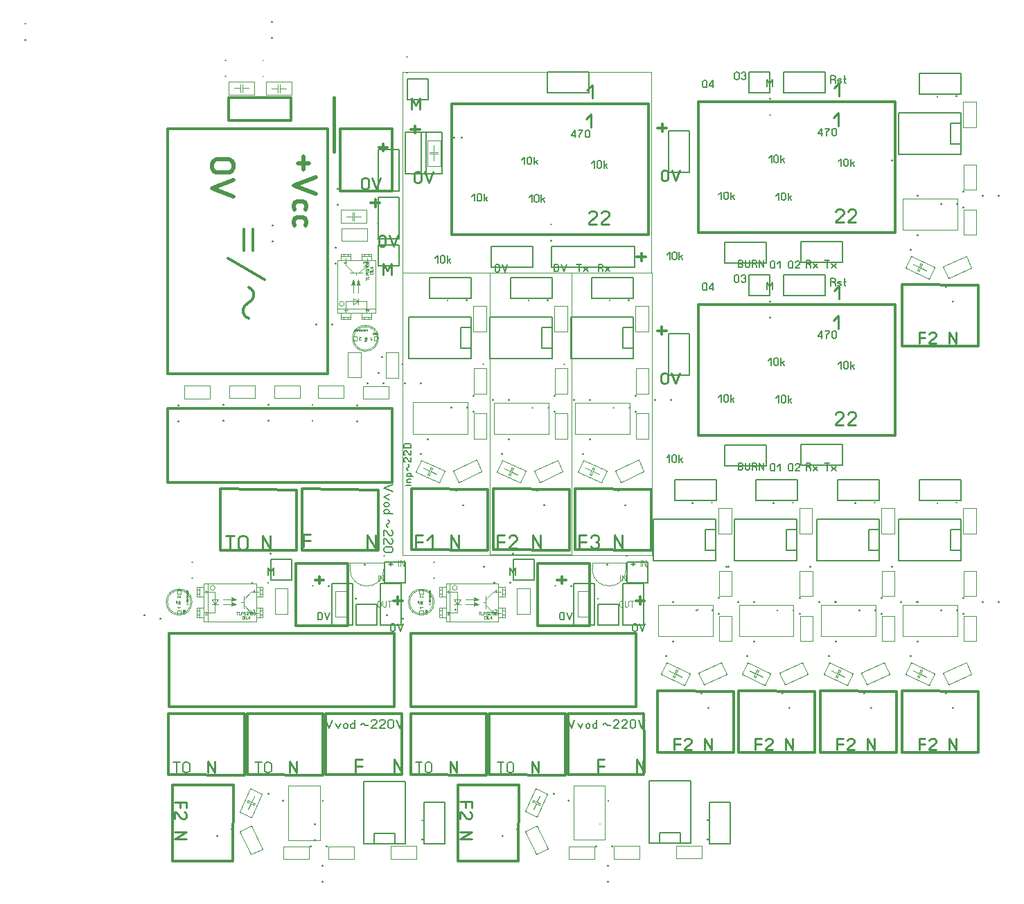
<source format=gbr>
%FSLAX34Y34*%
%MOMM*%
%LNSILK_TOP*%
G71*
G01*
%ADD10C, 0.300*%
%ADD11C, 0.476*%
%ADD12C, 0.238*%
%ADD13C, 0.309*%
%ADD14C, 0.286*%
%ADD15C, 0.000*%
%ADD16C, 0.040*%
%ADD17C, 0.144*%
%ADD18C, 0.100*%
%ADD19C, 0.020*%
%ADD20C, 0.030*%
%ADD21C, 0.150*%
%ADD22C, 0.191*%
%ADD23C, 0.222*%
%ADD24C, 0.400*%
%ADD25C, 0.318*%
%ADD26C, 0.159*%
%ADD27C, 0.254*%
%ADD28C, 0.167*%
%ADD29C, 0.090*%
%LPD*%
G54D10*
X200746Y624800D02*
X5746Y624800D01*
X5746Y924800D01*
X200746Y924800D01*
X200746Y624800D01*
G54D10*
X280000Y492500D02*
X5000Y492500D01*
X5000Y582500D01*
X280000Y582500D01*
X280000Y492500D01*
G54D10*
X216392Y924800D02*
X279892Y924800D01*
X279892Y848600D01*
X216392Y848600D01*
X216392Y924800D01*
G54D11*
X81026Y871402D02*
X64359Y871402D01*
X61026Y873402D01*
X59359Y877402D01*
X59359Y881402D01*
X61026Y885402D01*
X64359Y887402D01*
X81026Y887402D01*
X84359Y885402D01*
X86026Y881402D01*
X86026Y877402D01*
X84359Y873402D01*
X81026Y871402D01*
G54D11*
X86026Y862069D02*
X59359Y852069D01*
X86026Y842069D01*
G54D11*
X171321Y890749D02*
X171321Y874749D01*
G54D11*
X177987Y882749D02*
X164654Y882749D01*
G54D11*
X186321Y865416D02*
X159654Y855416D01*
X186321Y845416D01*
G54D11*
X173654Y826083D02*
X174654Y830083D01*
X173654Y834083D01*
X170321Y836083D01*
X163654Y836083D01*
X160321Y834083D01*
X159654Y830083D01*
X160321Y826083D01*
G54D11*
X173654Y806750D02*
X174654Y810750D01*
X173654Y814750D01*
X170321Y816750D01*
X163654Y816750D01*
X160321Y814750D01*
X159654Y810750D01*
X160321Y806750D01*
G54D12*
X250657Y862155D02*
X250657Y853822D01*
X249657Y852155D01*
X247657Y851322D01*
X245657Y851322D01*
X243657Y852155D01*
X242657Y853822D01*
X242657Y862155D01*
X243657Y863822D01*
X245657Y864655D01*
X247657Y864655D01*
X249657Y863822D01*
X250657Y862155D01*
G54D12*
X255324Y864655D02*
X260324Y851322D01*
X265324Y864655D01*
G54D13*
X104069Y693120D02*
X100180Y695787D01*
X97958Y699787D01*
X97958Y705120D01*
X100180Y709120D01*
X104069Y712453D01*
X107958Y715120D01*
X110180Y719120D01*
X110180Y725120D01*
X107958Y728453D01*
X104069Y731120D01*
G54D13*
X123513Y740009D02*
X79069Y766676D01*
G54D13*
X98513Y775565D02*
X98513Y802232D01*
G54D13*
X109624Y775565D02*
X109624Y802232D01*
G54D10*
X503467Y484727D02*
X596467Y483727D01*
X596500Y444000D01*
X596467Y409627D01*
X503467Y409727D01*
X503467Y484727D01*
G54D14*
X508404Y411652D02*
X508404Y427652D01*
X516804Y427652D01*
G54D14*
X508404Y419652D02*
X516804Y419652D01*
G54D14*
X522404Y424652D02*
X523604Y426652D01*
X526004Y427652D01*
X528404Y427652D01*
X530804Y426652D01*
X532004Y424652D01*
X532004Y422652D01*
X530804Y420652D01*
X528404Y419652D01*
X530804Y418652D01*
X532004Y416652D01*
X532004Y414652D01*
X530804Y412652D01*
X528404Y411652D01*
X526004Y411652D01*
X523604Y412652D01*
X522404Y414652D01*
G54D14*
X551404Y411652D02*
X551404Y427652D01*
X561005Y411652D01*
X561005Y427652D01*
G54D10*
X169467Y484227D02*
X262467Y483227D01*
X262500Y443500D01*
X262467Y409127D01*
X169467Y409227D01*
X169467Y484227D01*
G54D14*
X171404Y413152D02*
X171404Y429152D01*
X179804Y429152D01*
G54D14*
X171404Y421152D02*
X179804Y421152D01*
G54D14*
X249404Y412152D02*
X249404Y428152D01*
X259005Y412152D01*
X259005Y428152D01*
G54D15*
X213084Y763900D02*
X259084Y763900D01*
X259084Y699900D01*
X213084Y699900D01*
X213084Y763900D01*
G54D16*
X251084Y740966D02*
X247528Y740966D01*
G54D16*
X247528Y739900D02*
X247528Y742033D01*
G54D16*
X247528Y743000D02*
X251084Y743000D01*
X251084Y744866D01*
G54D16*
X251084Y745900D02*
X247528Y745900D01*
X247528Y747233D01*
X247750Y747766D01*
X248195Y748033D01*
X248639Y748033D01*
X249084Y747766D01*
X249306Y747233D01*
X249306Y745900D01*
G54D16*
X247528Y751133D02*
X247528Y749000D01*
X249084Y749000D01*
X249084Y749266D01*
X248862Y749800D01*
X248862Y750333D01*
X249084Y750866D01*
X249528Y751133D01*
X250417Y751133D01*
X250862Y750866D01*
X251084Y750333D01*
X251084Y749800D01*
X250862Y749266D01*
X250417Y749000D01*
G54D16*
X251084Y754233D02*
X251084Y752100D01*
X250862Y752100D01*
X250417Y752366D01*
X249084Y753966D01*
X248639Y754233D01*
X248195Y754233D01*
X247750Y753966D01*
X247528Y753433D01*
X247528Y752900D01*
X247750Y752366D01*
X248195Y752100D01*
G54D16*
X248862Y755200D02*
X247528Y756533D01*
X251084Y756533D01*
G54D16*
X249306Y758566D02*
X249306Y759633D01*
X250417Y759633D01*
X250862Y759366D01*
X251084Y758833D01*
X251084Y758300D01*
X250862Y757766D01*
X250417Y757500D01*
X248195Y757500D01*
X247750Y757766D01*
X247528Y758300D01*
X247528Y758833D01*
X247750Y759366D01*
X248195Y759633D01*
G54D16*
X251084Y760600D02*
X247528Y760600D01*
X247528Y761933D01*
X247750Y762466D01*
X248195Y762733D01*
X248639Y762733D01*
X249084Y762466D01*
X249306Y761933D01*
X249528Y762466D01*
X249973Y762733D01*
X250417Y762733D01*
X250862Y762466D01*
X251084Y761933D01*
X251084Y760600D01*
G54D16*
X249306Y760600D02*
X249306Y761933D01*
G54D16*
X255884Y747100D02*
X252328Y747100D01*
X252328Y748433D01*
X252550Y748966D01*
X252995Y749233D01*
X255217Y749233D01*
X255662Y748966D01*
X255884Y748433D01*
X255884Y747100D01*
G54D16*
X255884Y750200D02*
X252328Y750200D01*
G54D16*
X252328Y751200D02*
X255884Y751200D01*
X255884Y753066D01*
G54D16*
X255884Y755700D02*
X252328Y755700D01*
X254550Y754100D01*
X254995Y754100D01*
X254995Y756233D01*
G54D15*
X213084Y704900D02*
X259084Y704900D01*
G54D16*
X222862Y701900D02*
X221528Y703233D01*
X225084Y703233D01*
G54D16*
X251084Y704033D02*
X251084Y701900D01*
X250862Y701900D01*
X250417Y702166D01*
X249084Y703766D01*
X248639Y704033D01*
X248195Y704033D01*
X247750Y703766D01*
X247528Y703233D01*
X247528Y702700D01*
X247750Y702166D01*
X248195Y701900D01*
G54D16*
X245195Y759900D02*
X244750Y760166D01*
X244528Y760700D01*
X244528Y761233D01*
X244750Y761766D01*
X245195Y762033D01*
X245639Y762033D01*
X246084Y761766D01*
X246306Y761233D01*
X246528Y761766D01*
X246973Y762033D01*
X247417Y762033D01*
X247862Y761766D01*
X248084Y761233D01*
X248084Y760700D01*
X247862Y760166D01*
X247417Y759900D01*
G54D16*
X224084Y761500D02*
X220528Y761500D01*
X222750Y759900D01*
X223195Y759900D01*
X223195Y762033D01*
G54D15*
X223084Y699900D02*
X223084Y713900D01*
X248084Y713900D01*
X248084Y700900D01*
G54D15*
X232084Y709900D02*
X232084Y716900D01*
X232084Y717900D01*
X238084Y713900D01*
X238084Y713900D01*
X232084Y709900D01*
G54D15*
X238084Y709900D02*
X238084Y717900D01*
G54D15*
G75*
G01X221084Y710900D02*
G03X221084Y710900I-3000J0D01*
G01*
G54D15*
X232084Y723900D02*
X232084Y739900D01*
G54D15*
X238084Y723900D02*
X238084Y739900D01*
G36*
X230128Y733931D02*
X232128Y739931D01*
X234128Y733931D01*
X232128Y734931D01*
X230128Y733931D01*
G37*
G54D15*
X230128Y733931D02*
X232128Y739931D01*
X234128Y733931D01*
X232128Y734931D01*
X230128Y733931D01*
G36*
X236128Y733931D02*
X238128Y739931D01*
X240128Y733931D01*
X238128Y734931D01*
X236128Y733931D01*
G37*
G54D15*
X236128Y733931D02*
X238128Y739931D01*
X240128Y733931D01*
X238128Y734931D01*
X236128Y733931D01*
G54D15*
X223084Y766900D02*
X223084Y757900D01*
X232084Y748900D01*
G54D15*
X249084Y766900D02*
X249084Y758900D01*
X248084Y757900D01*
X239084Y748900D01*
G54D15*
X228084Y748900D02*
X243084Y748900D01*
G54D15*
X245084Y756900D02*
X249084Y758900D01*
X247084Y754900D01*
G54D15*
X236084Y748900D02*
X236084Y745900D01*
G54D15*
X217084Y763900D02*
X217084Y771900D01*
X229084Y771900D01*
X229084Y763900D01*
G54D15*
X242584Y763900D02*
X242584Y771900D01*
X254584Y771900D01*
X254584Y763900D01*
G54D15*
X229084Y699900D02*
X229084Y691900D01*
X217084Y691900D01*
X217084Y699900D01*
G54D15*
X254584Y699900D02*
X254584Y691900D01*
X242584Y691900D01*
X242584Y699900D01*
G54D15*
X217084Y694900D02*
X229084Y694900D01*
G54D15*
X242584Y694900D02*
X254584Y694900D01*
G54D15*
X242584Y768900D02*
X254584Y768900D01*
G54D15*
X217084Y768900D02*
X229084Y768900D01*
G54D15*
X220584Y768900D02*
X220584Y771900D01*
G54D15*
X225584Y768900D02*
X225584Y771900D01*
G54D15*
X246084Y768900D02*
X246084Y771900D01*
G54D15*
X251084Y768900D02*
X251084Y771900D01*
G54D15*
X246084Y691900D02*
X246084Y694900D01*
G54D15*
X251084Y691900D02*
X251084Y694900D01*
G54D15*
X220584Y691900D02*
X220584Y694900D01*
G54D15*
X225584Y691900D02*
X225584Y694900D01*
G54D17*
X187034Y686093D02*
X187034Y685400D01*
X186456Y685400D01*
X186456Y686093D01*
X187034Y686093D01*
X187034Y685400D01*
G54D17*
X206534Y686093D02*
X206534Y685400D01*
X205956Y685400D01*
X205956Y686093D01*
X206534Y686093D01*
X206534Y685400D01*
G54D18*
X217912Y787628D02*
X249112Y787628D01*
X249112Y803228D01*
X217912Y803228D01*
X217912Y787628D01*
G54D17*
X210611Y759748D02*
X211304Y759748D01*
X211304Y760326D01*
X210611Y760326D01*
X210611Y759748D01*
X211304Y759748D01*
G54D17*
X210612Y779251D02*
X211305Y779251D01*
X211305Y779829D01*
X210612Y779829D01*
X210612Y779251D01*
X211305Y779251D01*
G54D16*
X245498Y668598D02*
X249467Y668598D01*
G54D16*
X246292Y670185D02*
X246292Y667010D01*
G54D16*
X246292Y668598D02*
X248673Y667010D01*
X248673Y670185D01*
X248673Y670185D01*
X246292Y668598D01*
G54D19*
X248673Y666216D02*
X247086Y664629D01*
G54D19*
X247086Y666216D02*
X245498Y664629D01*
G54D19*
X247879Y664629D02*
X247086Y664629D01*
X247086Y665423D01*
G54D19*
X246292Y664629D02*
X245498Y664629D01*
X245498Y665423D01*
G54D15*
X262167Y666216D02*
X257404Y666216D01*
X257404Y670979D01*
X262167Y670979D01*
X262167Y666216D01*
G54D15*
X236767Y666216D02*
X232004Y666216D01*
X232004Y670979D01*
X236767Y670979D01*
X236767Y666216D01*
G54D19*
X249617Y677595D02*
X249617Y679373D01*
X248684Y679373D01*
G54D19*
X248217Y678595D02*
X247150Y678595D01*
G54D19*
X246617Y679039D02*
X246484Y679262D01*
X246217Y679373D01*
X245950Y679373D01*
X245684Y679262D01*
X245550Y679039D01*
X245550Y678484D01*
X245550Y678373D01*
X245950Y678595D01*
X246217Y678595D01*
X246484Y678484D01*
X246617Y678262D01*
X246617Y677928D01*
X246484Y677706D01*
X246217Y677595D01*
X245950Y677595D01*
X245684Y677706D01*
X245550Y677928D01*
X245550Y678484D01*
G54D19*
X245017Y677928D02*
X244884Y677706D01*
X244617Y677595D01*
X244350Y677595D01*
X244084Y677706D01*
X243950Y677928D01*
X243950Y678150D01*
X244084Y678373D01*
X244350Y678484D01*
X244084Y678595D01*
X243950Y678817D01*
X243950Y679039D01*
X244084Y679262D01*
X244350Y679373D01*
X244617Y679373D01*
X244884Y679262D01*
X245017Y679039D01*
G54D19*
X242617Y679373D02*
X242617Y677595D01*
X243417Y678706D01*
X243417Y678928D01*
X242350Y678928D01*
G54D19*
X240750Y679039D02*
X240884Y679262D01*
X241150Y679373D01*
X241417Y679373D01*
X241684Y679262D01*
X241817Y679039D01*
X241817Y677928D01*
X241684Y677706D01*
X241417Y677595D01*
X241150Y677595D01*
X240884Y677706D01*
X240750Y677928D01*
G54D19*
X240217Y679373D02*
X240217Y677595D01*
X239550Y677595D01*
X239284Y677706D01*
X239150Y677928D01*
X239150Y678150D01*
X239284Y678373D01*
X239550Y678484D01*
X239284Y678595D01*
X239150Y678817D01*
X239150Y679039D01*
X239284Y679262D01*
X239550Y679373D01*
X240217Y679373D01*
G54D19*
X240217Y678484D02*
X239550Y678484D01*
G54D19*
X238617Y679373D02*
X237550Y677595D01*
G54D19*
X237017Y679039D02*
X236884Y679262D01*
X236617Y679373D01*
X236350Y679373D01*
X236084Y679262D01*
X235950Y679039D01*
X235950Y678817D01*
X236084Y678595D01*
X236350Y678484D01*
X236617Y678484D01*
X236884Y678373D01*
X237017Y678150D01*
X237017Y677928D01*
X236884Y677706D01*
X236617Y677595D01*
X236350Y677595D01*
X236084Y677706D01*
X235950Y677928D01*
G54D19*
X234884Y678484D02*
X234484Y678706D01*
X234350Y678928D01*
X234350Y679373D01*
G54D19*
X235417Y679373D02*
X235417Y677595D01*
X234750Y677595D01*
X234484Y677706D01*
X234350Y677928D01*
X234350Y678150D01*
X234484Y678373D01*
X234750Y678484D01*
X235417Y678484D01*
G54D19*
X233817Y679373D02*
X233817Y677595D01*
X233150Y677595D01*
X232884Y677706D01*
X232750Y677928D01*
X232750Y679039D01*
X232884Y679262D01*
X233150Y679373D01*
X233817Y679373D01*
G54D16*
X254792Y667732D02*
X253459Y666398D01*
X253459Y669954D01*
G54D16*
X239165Y669954D02*
X241298Y669954D01*
X241298Y669732D01*
X241031Y669287D01*
X239431Y667954D01*
X239165Y667509D01*
X239165Y667065D01*
X239431Y666620D01*
X239965Y666398D01*
X240498Y666398D01*
X241031Y666620D01*
X241298Y667065D01*
G54D20*
X262036Y674910D02*
X262036Y672243D01*
G54D20*
X260136Y674510D02*
X260136Y673843D01*
X260336Y673510D01*
X260736Y673410D01*
X261136Y673510D01*
X261336Y673843D01*
X261336Y674510D01*
X261136Y674843D01*
X260736Y674910D01*
X260336Y674843D01*
X260136Y674510D01*
G54D20*
X259436Y674910D02*
X259436Y673410D01*
G54D20*
X259436Y673743D02*
X259236Y673510D01*
X258836Y673410D01*
X258436Y673510D01*
X258236Y673743D01*
X258236Y674910D01*
G54D20*
X257536Y675410D02*
X257136Y675577D01*
X256856Y675577D01*
X256456Y675410D01*
X256336Y675077D01*
X256336Y673410D01*
G54D20*
X256336Y673843D02*
X256536Y673510D01*
X256936Y673410D01*
X257336Y673510D01*
X257536Y673843D01*
X257536Y674510D01*
X257336Y674843D01*
X256936Y674910D01*
X256536Y674843D01*
X256336Y674510D01*
G54D15*
G75*
G01X261386Y668598D02*
G03X261386Y668598I-14300J0D01*
G01*
G54D15*
G75*
G01X262986Y668598D02*
G03X262986Y668598I-15900J0D01*
G01*
G54D17*
X263186Y626146D02*
X262492Y626146D01*
X262492Y626724D01*
X263186Y626724D01*
X263186Y626146D01*
X262492Y626146D01*
G54D17*
X267786Y645646D02*
X267093Y645646D01*
X267093Y646224D01*
X267786Y646224D01*
X267786Y645646D01*
X267093Y645646D01*
G54D10*
X403467Y484727D02*
X496467Y483727D01*
X496500Y444000D01*
X496467Y409627D01*
X403467Y409727D01*
X403467Y484727D01*
G54D14*
X408404Y411652D02*
X408404Y427652D01*
X416804Y427652D01*
G54D14*
X408404Y419652D02*
X416804Y419652D01*
G54D14*
X432004Y411652D02*
X422404Y411652D01*
X422404Y412652D01*
X423604Y414652D01*
X430804Y420652D01*
X432004Y422652D01*
X432004Y424652D01*
X430804Y426652D01*
X428404Y427652D01*
X426004Y427652D01*
X423604Y426652D01*
X422404Y424652D01*
G54D14*
X451404Y411652D02*
X451404Y427652D01*
X461005Y411652D01*
X461005Y427652D01*
G54D18*
X25668Y594959D02*
X56868Y594959D01*
X56868Y610559D01*
X25668Y610559D01*
X25668Y594959D01*
G54D17*
X18369Y567080D02*
X19062Y567080D01*
X19062Y567658D01*
X18369Y567658D01*
X18369Y567080D01*
X19062Y567080D01*
G54D17*
X18368Y586582D02*
X19061Y586582D01*
X19061Y587160D01*
X18368Y587160D01*
X18368Y586582D01*
X19061Y586582D01*
G54D18*
X135668Y595559D02*
X166868Y595559D01*
X166868Y611159D01*
X135668Y611159D01*
X135668Y595559D01*
G54D17*
X128368Y567682D02*
X129061Y567682D01*
X129061Y568260D01*
X128368Y568260D01*
X128368Y567682D01*
X129061Y567682D01*
G54D17*
X128368Y587183D02*
X129061Y587183D01*
X129061Y587761D01*
X128368Y587761D01*
X128368Y587183D01*
X129061Y587183D01*
G54D18*
X80668Y595559D02*
X111868Y595559D01*
X111868Y611159D01*
X80668Y611159D01*
X80668Y595559D01*
G54D17*
X73368Y567682D02*
X74061Y567682D01*
X74061Y568260D01*
X73368Y568260D01*
X73368Y567682D01*
X74061Y567682D01*
G54D17*
X73367Y587181D02*
X74061Y587181D01*
X74061Y587759D01*
X73367Y587759D01*
X73367Y587181D01*
X74061Y587181D01*
G54D18*
X189348Y595359D02*
X220548Y595359D01*
X220548Y610959D01*
X189348Y610959D01*
X189348Y595359D01*
G54D17*
X182049Y567480D02*
X182742Y567480D01*
X182742Y568058D01*
X182049Y568058D01*
X182049Y567480D01*
X182742Y567480D01*
G54D17*
X182048Y586982D02*
X182741Y586982D01*
X182741Y587560D01*
X182048Y587560D01*
X182048Y586982D01*
X182741Y586982D01*
G54D18*
X241344Y620549D02*
X241344Y651749D01*
X225744Y651749D01*
X225744Y620549D01*
X241344Y620549D01*
G54D17*
X268643Y613942D02*
X268643Y613249D01*
X269221Y613249D01*
X269221Y613942D01*
X268643Y613942D01*
X268643Y613249D01*
G54D17*
X249142Y613942D02*
X249142Y613249D01*
X249720Y613249D01*
X249720Y613942D01*
X249142Y613942D01*
X249142Y613249D01*
G54D10*
X156500Y962900D02*
X156500Y934800D01*
X80300Y934800D01*
X80300Y962900D01*
X156500Y962900D01*
G54D15*
X79900Y982500D02*
X111300Y982500D01*
X111300Y966500D01*
X79900Y966500D01*
X79900Y982500D01*
G54D15*
X86500Y974500D02*
X94500Y974500D01*
X94500Y979500D01*
X94500Y969500D01*
G54D15*
X96500Y979500D02*
X96500Y969500D01*
G54D15*
X96500Y974500D02*
X104500Y974500D01*
G54D17*
X76643Y1008550D02*
X75950Y1008550D01*
X75950Y1009128D01*
X76643Y1009128D01*
X76643Y1008550D01*
X75950Y1008550D01*
G54D17*
X76643Y989050D02*
X75950Y989050D01*
X75950Y989628D01*
X76643Y989628D01*
X76643Y989050D01*
X75950Y989050D01*
G54D15*
X125800Y982300D02*
X157200Y982300D01*
X157200Y966300D01*
X125800Y966300D01*
X125800Y982300D01*
G54D15*
X132400Y974300D02*
X140400Y974300D01*
X140400Y979300D01*
X140400Y969300D01*
G54D15*
X142400Y979300D02*
X142400Y969300D01*
G54D15*
X142400Y974300D02*
X150400Y974300D01*
G54D17*
X122543Y1008350D02*
X121850Y1008350D01*
X121850Y1008928D01*
X122543Y1008928D01*
X122543Y1008350D01*
X121850Y1008350D01*
G54D17*
X122543Y988850D02*
X121850Y988850D01*
X121850Y989428D01*
X122543Y989428D01*
X122543Y988850D01*
X121850Y988850D01*
G54D10*
X592600Y795500D02*
X352600Y795500D01*
X352600Y955500D01*
X592600Y955500D01*
X592600Y795500D01*
G54D17*
X-168307Y1053200D02*
X-169000Y1053200D01*
X-169000Y1053778D01*
X-168307Y1053778D01*
X-168307Y1053200D01*
X-169000Y1053200D01*
G54D14*
X517004Y936352D02*
X523004Y942352D01*
X523004Y926352D01*
G54D14*
X529604Y808352D02*
X520004Y808352D01*
X520004Y809352D01*
X521204Y811352D01*
X528404Y817352D01*
X529604Y819352D01*
X529604Y821352D01*
X528404Y823352D01*
X526004Y824352D01*
X523604Y824352D01*
X521204Y823352D01*
X520004Y821352D01*
G54D14*
X544804Y808352D02*
X535204Y808352D01*
X535204Y809352D01*
X536404Y811352D01*
X543604Y817352D01*
X544804Y819352D01*
X544804Y821352D01*
X543604Y823352D01*
X541204Y824352D01*
X538804Y824352D01*
X536404Y823352D01*
X535204Y821352D01*
G54D14*
X518004Y972352D02*
X524004Y978352D01*
X524004Y962352D01*
G54D17*
X-168307Y1033700D02*
X-169000Y1033700D01*
X-169000Y1034278D01*
X-168307Y1034278D01*
X-168307Y1033700D01*
X-169000Y1033700D01*
G54D18*
X305018Y590072D02*
X371718Y590072D01*
X371718Y551872D01*
X305018Y551872D01*
X305018Y590072D01*
G54D17*
X379412Y598472D02*
X378718Y598472D01*
X378718Y599050D01*
X379412Y599050D01*
X379412Y598472D01*
X378718Y598472D01*
G54D17*
X379412Y578972D02*
X378718Y578972D01*
X378718Y579550D01*
X379412Y579550D01*
X379412Y578972D01*
X378718Y578972D01*
G54D15*
X315304Y519752D02*
X343762Y506481D01*
X337000Y491980D01*
X308542Y505251D01*
X315304Y519752D01*
G54D15*
X317904Y509712D02*
X325155Y506331D01*
X327268Y510862D01*
X323042Y501799D01*
G54D15*
X329081Y510017D02*
X324854Y500954D01*
G54D15*
X326967Y505486D02*
X334218Y502105D01*
G54D17*
X323361Y544737D02*
X322733Y545030D01*
X322977Y545553D01*
X323606Y545260D01*
X323361Y544737D01*
X322733Y545030D01*
G54D17*
X315120Y527064D02*
X314492Y527357D01*
X314736Y527880D01*
X315364Y527587D01*
X315120Y527064D01*
X314492Y527357D01*
G54D18*
X394921Y600700D02*
X394921Y631900D01*
X379321Y631900D01*
X379321Y600700D01*
X394921Y600700D01*
G54D17*
X422801Y593399D02*
X422801Y594092D01*
X422223Y594092D01*
X422223Y593399D01*
X422801Y593399D01*
X422801Y594092D01*
G54D17*
X403299Y593399D02*
X403299Y594092D01*
X402721Y594092D01*
X402721Y593399D01*
X403299Y593399D01*
X403299Y594092D01*
G54D18*
X379481Y576844D02*
X379482Y545644D01*
X395081Y545644D01*
X395081Y576844D01*
X379481Y576844D01*
G54D17*
X351601Y584146D02*
X351601Y583452D01*
X352179Y583452D01*
X352179Y584146D01*
X351601Y584146D01*
X351601Y583452D01*
G54D17*
X371106Y584144D02*
X371106Y583451D01*
X371684Y583451D01*
X371684Y584144D01*
X371106Y584144D01*
X371106Y583451D01*
G54D18*
X360931Y492521D02*
X389207Y505706D01*
X382615Y519845D01*
X354338Y506659D01*
X360931Y492521D01*
G54D17*
X366097Y464167D02*
X366726Y464460D01*
X366481Y464984D01*
X365853Y464691D01*
X366097Y464167D01*
X366726Y464460D01*
G54D17*
X357855Y481844D02*
X358483Y482138D01*
X358239Y482661D01*
X357611Y482368D01*
X357855Y481844D01*
X358483Y482138D01*
G54D21*
X375900Y644100D02*
X375900Y694900D01*
X299700Y694900D01*
X299700Y644100D01*
X375900Y644100D01*
G54D21*
X375900Y656800D02*
X375900Y682200D01*
X363200Y682200D01*
X363200Y656800D01*
X375900Y656800D01*
G54D17*
X292450Y636860D02*
X291756Y636860D01*
X291756Y637437D01*
X292450Y637437D01*
X292450Y636860D01*
X291756Y636860D01*
G54D18*
X378975Y708429D02*
X378975Y677229D01*
X394575Y677229D01*
X394575Y708429D01*
X378975Y708429D01*
G54D17*
X347074Y715556D02*
X347074Y714862D01*
X347652Y714862D01*
X347652Y715556D01*
X347074Y715556D01*
X347074Y714862D01*
G54D17*
X370598Y715729D02*
X370598Y715036D01*
X371176Y715036D01*
X371176Y715729D01*
X370598Y715729D01*
X370598Y715036D01*
G54D10*
X303467Y484727D02*
X396467Y483727D01*
X396500Y444000D01*
X396467Y409627D01*
X303467Y409727D01*
X303467Y484727D01*
G54D14*
X308404Y411652D02*
X308404Y427652D01*
X316804Y427652D01*
G54D14*
X308404Y419652D02*
X316804Y419652D01*
G54D14*
X322404Y421652D02*
X328404Y427652D01*
X328404Y411652D01*
G54D14*
X351404Y411652D02*
X351404Y427652D01*
X361005Y411652D01*
X361005Y427652D01*
G54D18*
X404043Y589943D02*
X470743Y589943D01*
X470743Y551743D01*
X404043Y551743D01*
X404043Y589943D01*
G54D17*
X478437Y598343D02*
X477743Y598343D01*
X477743Y598921D01*
X478437Y598921D01*
X478437Y598343D01*
X477743Y598343D01*
G54D17*
X478437Y578843D02*
X477743Y578843D01*
X477743Y579421D01*
X478437Y579421D01*
X478437Y578843D01*
X477743Y578843D01*
G54D15*
X414329Y519623D02*
X442787Y506353D01*
X436025Y491852D01*
X407567Y505122D01*
X414329Y519623D01*
G54D15*
X416929Y509583D02*
X424180Y506202D01*
X426293Y510734D01*
X422067Y501671D01*
G54D15*
X428106Y509888D02*
X423879Y500825D01*
G54D15*
X425992Y505357D02*
X433243Y501976D01*
G54D17*
X422386Y544608D02*
X421758Y544901D01*
X422002Y545425D01*
X422630Y545132D01*
X422386Y544608D01*
X421758Y544901D01*
G54D17*
X414145Y526935D02*
X413517Y527228D01*
X413761Y527752D01*
X414389Y527459D01*
X414145Y526935D01*
X413517Y527228D01*
G54D18*
X493946Y600571D02*
X493946Y631771D01*
X478346Y631771D01*
X478346Y600571D01*
X493946Y600571D01*
G54D17*
X521826Y593270D02*
X521826Y593963D01*
X521248Y593963D01*
X521248Y593270D01*
X521826Y593270D01*
X521826Y593963D01*
G54D17*
X502324Y593270D02*
X502324Y593964D01*
X501746Y593964D01*
X501746Y593270D01*
X502324Y593270D01*
X502324Y593964D01*
G54D18*
X478506Y576715D02*
X478507Y545515D01*
X494106Y545515D01*
X494106Y576715D01*
X478506Y576715D01*
G54D17*
X450626Y584017D02*
X450626Y583324D01*
X451204Y583324D01*
X451204Y584017D01*
X450626Y584017D01*
X450626Y583324D01*
G54D17*
X470131Y584015D02*
X470131Y583322D01*
X470709Y583322D01*
X470709Y584015D01*
X470131Y584015D01*
X470131Y583322D01*
G54D18*
X459956Y492392D02*
X488232Y505578D01*
X481640Y519716D01*
X453363Y506530D01*
X459956Y492392D01*
G54D17*
X465122Y464038D02*
X465750Y464331D01*
X465506Y464855D01*
X464878Y464562D01*
X465122Y464038D01*
X465750Y464331D01*
G54D17*
X456880Y481716D02*
X457508Y482009D01*
X457264Y482532D01*
X456636Y482239D01*
X456880Y481716D01*
X457508Y482009D01*
G54D21*
X474925Y643971D02*
X474925Y694771D01*
X398725Y694771D01*
X398725Y643971D01*
X474925Y643971D01*
G54D21*
X474925Y656671D02*
X474925Y682071D01*
X462225Y682071D01*
X462225Y656671D01*
X474925Y656671D01*
G54D17*
X391475Y636731D02*
X390781Y636731D01*
X390781Y637309D01*
X391475Y637309D01*
X391475Y636731D01*
X390781Y636731D01*
G54D18*
X478000Y708300D02*
X478000Y677100D01*
X493600Y677100D01*
X493600Y708300D01*
X478000Y708300D01*
G54D17*
X446099Y715427D02*
X446099Y714734D01*
X446677Y714734D01*
X446677Y715427D01*
X446099Y715427D01*
X446099Y714734D01*
G54D17*
X469623Y715600D02*
X469623Y714907D01*
X470201Y714907D01*
X470201Y715600D01*
X469623Y715600D01*
X469623Y714907D01*
G54D18*
X503243Y590043D02*
X569943Y590043D01*
X569943Y551843D01*
X503243Y551843D01*
X503243Y590043D01*
G54D17*
X577637Y598443D02*
X576943Y598443D01*
X576943Y599021D01*
X577637Y599021D01*
X577637Y598443D01*
X576943Y598443D01*
G54D17*
X577637Y578943D02*
X576943Y578943D01*
X576943Y579521D01*
X577637Y579521D01*
X577637Y578943D01*
X576943Y578943D01*
G54D15*
X513529Y519723D02*
X541987Y506453D01*
X535225Y491952D01*
X506767Y505222D01*
X513529Y519723D01*
G54D15*
X516129Y509683D02*
X523380Y506302D01*
X525493Y510834D01*
X521267Y501771D01*
G54D15*
X527306Y509988D02*
X523079Y500925D01*
G54D15*
X525192Y505457D02*
X532443Y502076D01*
G54D17*
X521586Y544708D02*
X520958Y545001D01*
X521202Y545525D01*
X521830Y545232D01*
X521586Y544708D01*
X520958Y545001D01*
G54D17*
X513345Y527035D02*
X512717Y527328D01*
X512961Y527852D01*
X513589Y527559D01*
X513345Y527035D01*
X512717Y527328D01*
G54D18*
X593146Y600671D02*
X593146Y631871D01*
X577546Y631871D01*
X577546Y600671D01*
X593146Y600671D01*
G54D17*
X621026Y593370D02*
X621026Y594063D01*
X620448Y594063D01*
X620448Y593370D01*
X621026Y593370D01*
X621026Y594063D01*
G54D17*
X601524Y593370D02*
X601524Y594064D01*
X600946Y594064D01*
X600946Y593370D01*
X601524Y593370D01*
X601524Y594064D01*
G54D18*
X577706Y576815D02*
X577707Y545615D01*
X593306Y545615D01*
X593306Y576815D01*
X577706Y576815D01*
G54D17*
X549826Y584117D02*
X549826Y583424D01*
X550404Y583424D01*
X550404Y584117D01*
X549826Y584117D01*
X549826Y583424D01*
G54D17*
X569331Y584115D02*
X569331Y583422D01*
X569909Y583422D01*
X569909Y584115D01*
X569331Y584115D01*
X569331Y583422D01*
G54D18*
X559156Y492492D02*
X587432Y505678D01*
X580840Y519816D01*
X552563Y506630D01*
X559156Y492492D01*
G54D17*
X564322Y464138D02*
X564950Y464431D01*
X564706Y464955D01*
X564078Y464662D01*
X564322Y464138D01*
X564950Y464431D01*
G54D17*
X556080Y481816D02*
X556708Y482109D01*
X556464Y482632D01*
X555836Y482339D01*
X556080Y481816D01*
X556708Y482109D01*
G54D21*
X574125Y644071D02*
X574125Y694871D01*
X497925Y694871D01*
X497925Y644071D01*
X574125Y644071D01*
G54D21*
X574125Y656771D02*
X574125Y682171D01*
X561425Y682171D01*
X561425Y656771D01*
X574125Y656771D01*
G54D17*
X490675Y636831D02*
X489981Y636831D01*
X489981Y637409D01*
X490675Y637409D01*
X490675Y636831D01*
X489981Y636831D01*
G54D18*
X577200Y708400D02*
X577200Y677200D01*
X592800Y677200D01*
X592800Y708400D01*
X577200Y708400D01*
G54D17*
X545299Y715527D02*
X545299Y714834D01*
X545877Y714834D01*
X545877Y715527D01*
X545299Y715527D01*
X545299Y714834D01*
G54D17*
X568823Y715700D02*
X568823Y715007D01*
X569401Y715007D01*
X569401Y715700D01*
X568823Y715700D01*
X568823Y715007D01*
G54D15*
X216789Y825586D02*
X248189Y825586D01*
X248189Y809586D01*
X216789Y809586D01*
X216789Y825586D01*
G54D15*
X223389Y817586D02*
X231389Y817586D01*
X231389Y822586D01*
X231389Y812586D01*
G54D15*
X233389Y822586D02*
X233389Y812586D01*
G54D15*
X233389Y817586D02*
X241389Y817586D01*
G54D17*
X213533Y851636D02*
X212839Y851636D01*
X212839Y852214D01*
X213533Y852214D01*
X213533Y851636D01*
X212839Y851636D01*
G54D17*
X213533Y832136D02*
X212839Y832136D01*
X212839Y832714D01*
X213533Y832714D01*
X213533Y832136D01*
X212839Y832136D01*
G54D22*
X280572Y489372D02*
X269905Y485372D01*
X280572Y481372D01*
G54D22*
X275905Y477639D02*
X269905Y474439D01*
X275905Y471239D01*
G54D22*
X271505Y462706D02*
X274172Y462706D01*
X275505Y463506D01*
X275905Y465106D01*
X275505Y466706D01*
X274172Y467506D01*
X271505Y467506D01*
X270172Y466706D01*
X269905Y465106D01*
X270172Y463506D01*
X271505Y462706D01*
G54D22*
X269905Y454173D02*
X280572Y454173D01*
G54D22*
X274172Y454173D02*
X275505Y454973D01*
X275905Y456573D01*
X275505Y458173D01*
X274172Y458973D01*
X271505Y458973D01*
X270172Y458173D01*
X269905Y456573D01*
X270172Y454973D01*
X271505Y454173D01*
G54D22*
X274572Y446547D02*
X275505Y445907D01*
X276038Y444947D01*
X276038Y443667D01*
X275505Y442707D01*
X274572Y441907D01*
X273638Y441267D01*
X273105Y440307D01*
X273105Y438867D01*
X273638Y438067D01*
X274572Y437427D01*
G54D22*
X269905Y427294D02*
X269905Y433694D01*
X270572Y433694D01*
X271905Y432894D01*
X275905Y428094D01*
X277238Y427294D01*
X278572Y427294D01*
X279905Y428094D01*
X280572Y429694D01*
X280572Y431294D01*
X279905Y432894D01*
X278572Y433694D01*
G54D22*
X269905Y417161D02*
X269905Y423561D01*
X270572Y423561D01*
X271905Y422761D01*
X275905Y417961D01*
X277238Y417161D01*
X278572Y417161D01*
X279905Y417961D01*
X280572Y419561D01*
X280572Y421161D01*
X279905Y422761D01*
X278572Y423561D01*
G54D22*
X278572Y407028D02*
X271905Y407028D01*
X270572Y407828D01*
X269905Y409428D01*
X269905Y411028D01*
X270572Y412628D01*
X271905Y413428D01*
X278572Y413428D01*
X279905Y412628D01*
X280572Y411028D01*
X280572Y409428D01*
X279905Y407828D01*
X278572Y407028D01*
G54D18*
X243948Y594559D02*
X275148Y594559D01*
X275148Y610159D01*
X243948Y610159D01*
X243948Y594559D01*
G54D17*
X236649Y566680D02*
X237342Y566680D01*
X237342Y567258D01*
X236649Y567258D01*
X236649Y566680D01*
X237342Y566680D01*
G54D17*
X236648Y586182D02*
X237341Y586182D01*
X237341Y586760D01*
X236648Y586760D01*
X236648Y586182D01*
X237341Y586182D01*
G54D18*
X287344Y620449D02*
X287344Y651649D01*
X271744Y651649D01*
X271744Y620449D01*
X287344Y620449D01*
G54D17*
X314643Y613842D02*
X314643Y613149D01*
X315221Y613149D01*
X315221Y613842D01*
X314643Y613842D01*
X314643Y613149D01*
G54D17*
X295142Y613842D02*
X295142Y613149D01*
X295720Y613149D01*
X295720Y613842D01*
X295142Y613842D01*
X295142Y613149D01*
G54D10*
X69467Y484227D02*
X162467Y483227D01*
X162500Y443500D01*
X162467Y409127D01*
X69467Y409227D01*
X69467Y484227D01*
G54D14*
X121004Y411152D02*
X121004Y427152D01*
X130605Y411152D01*
X130605Y427152D01*
G54D23*
X81533Y409500D02*
X81533Y427278D01*
G54D23*
X76200Y427278D02*
X86867Y427278D01*
G54D23*
X102423Y423944D02*
X102423Y412833D01*
X101089Y410611D01*
X98423Y409500D01*
X95756Y409500D01*
X93089Y410611D01*
X91756Y412833D01*
X91756Y423944D01*
X93089Y426167D01*
X95756Y427278D01*
X98423Y427278D01*
X101089Y426167D01*
X102423Y423944D01*
G54D24*
X208300Y962600D02*
X208300Y896900D01*
X208200Y897000D01*
G54D21*
X288100Y790500D02*
X262700Y790500D01*
X262700Y841300D01*
X288100Y841300D01*
X288100Y790500D01*
G54D21*
X262700Y757400D02*
X262700Y782800D01*
X288100Y782800D01*
X288100Y757400D01*
X262700Y757400D01*
G54D17*
X262643Y809550D02*
X261950Y809550D01*
X261950Y810128D01*
X262643Y810128D01*
X262643Y809550D01*
X261950Y809550D01*
G54D17*
X262643Y790050D02*
X261950Y790050D01*
X261950Y790628D01*
X262643Y790628D01*
X262643Y790050D01*
X261950Y790050D01*
G54D21*
X288300Y848700D02*
X262900Y848700D01*
X262900Y899500D01*
X288300Y899500D01*
X288300Y848700D01*
G54D21*
X298300Y960500D02*
X298300Y985900D01*
X323700Y985900D01*
X323700Y960500D01*
X298300Y960500D01*
G54D17*
X298243Y1012650D02*
X297550Y1012650D01*
X297550Y1013228D01*
X298243Y1013228D01*
X298243Y1012650D01*
X297550Y1012650D01*
G54D17*
X298243Y993150D02*
X297550Y993150D01*
X297550Y993728D01*
X298243Y993728D01*
X298243Y993150D01*
X297550Y993150D01*
G54D21*
X321300Y869800D02*
X295900Y869800D01*
X295900Y920600D01*
X321300Y920600D01*
X321300Y869800D01*
G54D15*
X338622Y910910D02*
X338622Y879509D01*
X322622Y879509D01*
X322622Y910910D01*
X338622Y910910D01*
G54D15*
X330622Y904310D02*
X330622Y896309D01*
X335622Y896309D01*
X325622Y896309D01*
G54D15*
X335622Y894309D02*
X325622Y894309D01*
G54D15*
X330622Y894309D02*
X330622Y886309D01*
G54D17*
X365250Y914859D02*
X365250Y914166D01*
X364672Y914166D01*
X364672Y914859D01*
X365250Y914859D01*
X365250Y914166D01*
G54D17*
X355750Y914859D02*
X355750Y914166D01*
X355172Y914166D01*
X355172Y914859D01*
X355750Y914859D01*
X355750Y914166D01*
G54D21*
X340922Y869809D02*
X315522Y869809D01*
X315522Y920609D01*
X340922Y920609D01*
X340922Y869809D01*
G54D12*
X314957Y869755D02*
X314957Y861422D01*
X313957Y859755D01*
X311957Y858922D01*
X309957Y858922D01*
X307957Y859755D01*
X306957Y861422D01*
X306957Y869755D01*
X307957Y871422D01*
X309957Y872255D01*
X311957Y872255D01*
X313957Y871422D01*
X314957Y869755D01*
G54D12*
X319624Y872255D02*
X324624Y858922D01*
X329624Y872255D01*
G54D12*
X271457Y791655D02*
X271457Y783322D01*
X270457Y781655D01*
X268457Y780822D01*
X266457Y780822D01*
X264457Y781655D01*
X263457Y783322D01*
X263457Y791655D01*
X264457Y793322D01*
X266457Y794155D01*
X268457Y794155D01*
X270457Y793322D01*
X271457Y791655D01*
G54D12*
X276124Y794155D02*
X281124Y780822D01*
X286124Y794155D01*
G54D12*
X268957Y746522D02*
X268957Y759855D01*
X273957Y751522D01*
X278957Y759855D01*
X278957Y746522D01*
G54D25*
X302520Y923956D02*
X313187Y923956D01*
G54D25*
X307854Y928401D02*
X307854Y919512D01*
G54D25*
X263224Y901955D02*
X273890Y901955D01*
G54D25*
X268557Y906400D02*
X268557Y897511D01*
G54D25*
X253824Y833955D02*
X264490Y833955D01*
G54D25*
X259157Y838400D02*
X259157Y829511D01*
G54D12*
X303757Y949022D02*
X303757Y962355D01*
X308757Y954022D01*
X313757Y962355D01*
X313757Y949022D01*
G54D26*
X302756Y489281D02*
X297756Y489281D01*
G54D26*
X296089Y489281D02*
X296089Y489281D01*
G54D26*
X302756Y492392D02*
X297756Y492392D01*
G54D26*
X298867Y492392D02*
X298089Y493059D01*
X297756Y494392D01*
X298089Y495725D01*
X298867Y496392D01*
X302756Y496392D01*
G54D26*
X297756Y499503D02*
X304978Y499503D01*
G54D26*
X301089Y499503D02*
X302533Y500170D01*
X302756Y501503D01*
X302533Y502836D01*
X301422Y503503D01*
X299200Y503503D01*
X298089Y502836D01*
X297756Y501503D01*
X298089Y500170D01*
X299422Y499503D01*
G54D26*
X298867Y506614D02*
X298089Y507147D01*
X297644Y507947D01*
X297644Y509014D01*
X298089Y509814D01*
X298867Y510481D01*
X299644Y511014D01*
X300089Y511814D01*
X300089Y513014D01*
X299644Y513681D01*
X298867Y514214D01*
G54D26*
X302756Y522658D02*
X302756Y517325D01*
X302200Y517325D01*
X301089Y517992D01*
X297756Y521992D01*
X296644Y522658D01*
X295533Y522658D01*
X294422Y521992D01*
X293867Y520658D01*
X293867Y519325D01*
X294422Y517992D01*
X295533Y517325D01*
G54D26*
X302756Y531102D02*
X302756Y525769D01*
X302200Y525769D01*
X301089Y526436D01*
X297756Y530436D01*
X296644Y531102D01*
X295533Y531102D01*
X294422Y530436D01*
X293867Y529102D01*
X293867Y527769D01*
X294422Y526436D01*
X295533Y525769D01*
G54D26*
X295533Y539546D02*
X301089Y539546D01*
X302200Y538880D01*
X302756Y537546D01*
X302756Y536213D01*
X302200Y534880D01*
X301089Y534213D01*
X295533Y534213D01*
X294422Y534880D01*
X293867Y536213D01*
X293867Y537546D01*
X294422Y538880D01*
X295533Y539546D01*
G54D21*
X469500Y969100D02*
X469500Y994500D01*
X520300Y994500D01*
X520300Y969100D01*
X469500Y969100D01*
G54D21*
X325200Y717300D02*
X325200Y742700D01*
X376000Y742700D01*
X376000Y717300D01*
X325200Y717300D01*
G54D21*
X424300Y717300D02*
X424300Y742700D01*
X475100Y742700D01*
X475100Y717300D01*
X424300Y717300D01*
G54D21*
X523200Y717300D02*
X523200Y742700D01*
X574000Y742700D01*
X574000Y717300D01*
X523200Y717300D01*
G54D21*
X401100Y755200D02*
X401100Y780600D01*
X451900Y780600D01*
X451900Y755200D01*
X401100Y755200D01*
G54D21*
X474600Y755500D02*
X474600Y780900D01*
X576200Y780900D01*
X576200Y755500D01*
X474600Y755500D01*
G54D17*
X474543Y807650D02*
X473850Y807650D01*
X473850Y808228D01*
X474543Y808228D01*
X474543Y807650D01*
X473850Y807650D01*
G54D17*
X474543Y788150D02*
X473850Y788150D01*
X473850Y788728D01*
X474543Y788728D01*
X474543Y788150D01*
X473850Y788150D01*
G54D25*
X578920Y768056D02*
X589587Y768056D01*
G54D25*
X584254Y772501D02*
X584254Y763612D01*
G54D26*
X482857Y757467D02*
X482857Y751911D01*
X482190Y750800D01*
X480857Y750245D01*
X479524Y750245D01*
X478190Y750800D01*
X477524Y751911D01*
X477524Y757467D01*
X478190Y758578D01*
X479524Y759133D01*
X480857Y759133D01*
X482190Y758578D01*
X482857Y757467D01*
G54D26*
X485968Y759133D02*
X489301Y750245D01*
X492634Y759133D01*
G54D26*
X410857Y756967D02*
X410857Y751411D01*
X410190Y750300D01*
X408857Y749745D01*
X407524Y749745D01*
X406190Y750300D01*
X405524Y751411D01*
X405524Y756967D01*
X406190Y758078D01*
X407524Y758633D01*
X408857Y758633D01*
X410190Y758078D01*
X410857Y756967D01*
G54D26*
X413968Y758633D02*
X417301Y749745D01*
X420634Y758633D01*
G54D26*
X507890Y750345D02*
X507890Y759233D01*
G54D26*
X505224Y759233D02*
X510557Y759233D01*
G54D26*
X513668Y755345D02*
X519001Y750345D01*
G54D26*
X513668Y750345D02*
X519001Y755345D01*
G54D26*
X534390Y754689D02*
X536390Y753578D01*
X537057Y752467D01*
X537057Y750245D01*
G54D26*
X531724Y750245D02*
X531724Y759133D01*
X535057Y759133D01*
X536390Y758578D01*
X537057Y757467D01*
X537057Y756356D01*
X536390Y755245D01*
X535057Y754689D01*
X531724Y754689D01*
G54D26*
X540168Y755245D02*
X545501Y750245D01*
G54D26*
X540168Y750245D02*
X545501Y755245D01*
G54D26*
X332224Y766300D02*
X335557Y769633D01*
X335557Y760745D01*
G54D26*
X344001Y767967D02*
X344001Y762411D01*
X343334Y761300D01*
X342001Y760745D01*
X340668Y760745D01*
X339334Y761300D01*
X338668Y762411D01*
X338668Y767967D01*
X339334Y769078D01*
X340668Y769633D01*
X342001Y769633D01*
X343334Y769078D01*
X344001Y767967D01*
G54D26*
X347112Y760745D02*
X347112Y769633D01*
G54D26*
X349112Y764078D02*
X351112Y760745D01*
G54D26*
X347112Y762967D02*
X351112Y765745D01*
G54D26*
X447124Y841100D02*
X450457Y844433D01*
X450457Y835545D01*
G54D26*
X458901Y842767D02*
X458901Y837211D01*
X458234Y836100D01*
X456901Y835545D01*
X455568Y835545D01*
X454234Y836100D01*
X453568Y837211D01*
X453568Y842767D01*
X454234Y843878D01*
X455568Y844433D01*
X456901Y844433D01*
X458234Y843878D01*
X458901Y842767D01*
G54D26*
X462012Y835545D02*
X462012Y844433D01*
G54D26*
X464012Y838878D02*
X466012Y835545D01*
G54D26*
X462012Y837767D02*
X466012Y840545D01*
G54D26*
X377024Y842000D02*
X380357Y845333D01*
X380357Y836445D01*
G54D26*
X388801Y843667D02*
X388801Y838111D01*
X388134Y837000D01*
X386801Y836445D01*
X385468Y836445D01*
X384134Y837000D01*
X383468Y838111D01*
X383468Y843667D01*
X384134Y844778D01*
X385468Y845333D01*
X386801Y845333D01*
X388134Y844778D01*
X388801Y843667D01*
G54D26*
X391912Y836445D02*
X391912Y845333D01*
G54D26*
X393912Y839778D02*
X395912Y836445D01*
G54D26*
X391912Y838667D02*
X395912Y841445D01*
G54D26*
X523524Y882600D02*
X526857Y885933D01*
X526857Y877045D01*
G54D26*
X535301Y884267D02*
X535301Y878711D01*
X534634Y877600D01*
X533301Y877045D01*
X531968Y877045D01*
X530634Y877600D01*
X529968Y878711D01*
X529968Y884267D01*
X530634Y885378D01*
X531968Y885933D01*
X533301Y885933D01*
X534634Y885378D01*
X535301Y884267D01*
G54D26*
X538412Y877045D02*
X538412Y885933D01*
G54D26*
X540412Y880378D02*
X542412Y877045D01*
G54D26*
X538412Y879267D02*
X542412Y882045D01*
G54D26*
X438224Y886900D02*
X441557Y890233D01*
X441557Y881345D01*
G54D26*
X450001Y888567D02*
X450001Y883011D01*
X449334Y881900D01*
X448001Y881345D01*
X446668Y881345D01*
X445334Y881900D01*
X444668Y883011D01*
X444668Y888567D01*
X445334Y889678D01*
X446668Y890233D01*
X448001Y890233D01*
X449334Y889678D01*
X450001Y888567D01*
G54D26*
X453112Y881345D02*
X453112Y890233D01*
G54D26*
X455112Y884678D02*
X457112Y881345D01*
G54D26*
X453112Y883567D02*
X457112Y886345D01*
G54D26*
X502824Y914345D02*
X502824Y923233D01*
X498824Y917678D01*
X498824Y916567D01*
X504157Y916567D01*
G54D26*
X507268Y923233D02*
X512601Y923233D01*
X511934Y922122D01*
X510601Y920456D01*
X509268Y918233D01*
X508601Y916567D01*
X508601Y914345D01*
G54D26*
X521045Y921567D02*
X521045Y916011D01*
X520378Y914900D01*
X519045Y914345D01*
X517712Y914345D01*
X516378Y914900D01*
X515712Y916011D01*
X515712Y921567D01*
X516378Y922678D01*
X517712Y923233D01*
X519045Y923233D01*
X520378Y922678D01*
X521045Y921567D01*
G54D18*
X292000Y749000D02*
X596000Y749000D01*
X596000Y994000D01*
X292000Y994000D01*
X292000Y749000D01*
G54D18*
X292000Y749000D02*
X597000Y749000D01*
X597000Y403000D01*
X292000Y403000D01*
X292000Y749000D01*
G54D18*
X399000Y749000D02*
X499000Y749000D01*
X499000Y404000D01*
X399000Y404000D01*
X399000Y749000D01*
G54D10*
X894300Y797600D02*
X654300Y797600D01*
X654300Y957600D01*
X894300Y957600D01*
X894300Y797600D01*
G54D17*
X133393Y1055300D02*
X132700Y1055300D01*
X132700Y1055878D01*
X133393Y1055878D01*
X133393Y1055300D01*
X132700Y1055300D01*
G54D14*
X818704Y938452D02*
X824704Y944452D01*
X824704Y928452D01*
G54D14*
X831304Y810452D02*
X821704Y810452D01*
X821704Y811452D01*
X822904Y813452D01*
X830104Y819452D01*
X831304Y821452D01*
X831304Y823452D01*
X830104Y825452D01*
X827704Y826452D01*
X825304Y826452D01*
X822904Y825452D01*
X821704Y823452D01*
G54D14*
X846504Y810452D02*
X836904Y810452D01*
X836904Y811452D01*
X838104Y813452D01*
X845304Y819452D01*
X846504Y821452D01*
X846504Y823452D01*
X845304Y825452D01*
X842904Y826452D01*
X840504Y826452D01*
X838104Y825452D01*
X836904Y823452D01*
G54D14*
X819704Y974452D02*
X825704Y980452D01*
X825704Y964452D01*
G54D17*
X133393Y1035800D02*
X132700Y1035800D01*
X132700Y1036378D01*
X133393Y1036378D01*
X133393Y1035800D01*
X132700Y1035800D01*
G54D21*
X741316Y994395D02*
X741316Y968995D01*
X715916Y968995D01*
X715916Y994395D01*
X741316Y994395D01*
G54D17*
X742067Y941667D02*
X741374Y941667D01*
X741374Y942244D01*
X742067Y942244D01*
X742067Y941667D01*
X741374Y941667D01*
G54D17*
X742067Y961167D02*
X741374Y961167D01*
X741374Y961744D01*
X742067Y961744D01*
X742067Y961167D01*
X741374Y961167D01*
G54D21*
X642622Y871909D02*
X617222Y871909D01*
X617222Y922709D01*
X642622Y922709D01*
X642622Y871909D01*
G54D12*
X616657Y871855D02*
X616657Y863522D01*
X615657Y861855D01*
X613657Y861022D01*
X611657Y861022D01*
X609657Y861855D01*
X608657Y863522D01*
X608657Y871855D01*
X609657Y873522D01*
X611657Y874355D01*
X613657Y874355D01*
X615657Y873522D01*
X616657Y871855D01*
G54D12*
X621324Y874355D02*
X626324Y861022D01*
X631324Y874355D01*
G54D25*
X604220Y926056D02*
X614887Y926056D01*
G54D25*
X609554Y930501D02*
X609554Y921612D01*
G54D26*
X738123Y976370D02*
X738123Y985259D01*
X741457Y979704D01*
X744790Y985259D01*
X744790Y976370D01*
G54D21*
X758200Y969200D02*
X758200Y994600D01*
X809000Y994600D01*
X809000Y969200D01*
X758200Y969200D01*
G54D21*
X686400Y760900D02*
X686400Y786300D01*
X737200Y786300D01*
X737200Y760900D01*
X686400Y760900D01*
G54D26*
X702824Y755444D02*
X702824Y764333D01*
X706157Y764333D01*
X707490Y763778D01*
X708157Y762667D01*
X708157Y761556D01*
X707490Y760444D01*
X706157Y759889D01*
X707490Y759333D01*
X708157Y758222D01*
X708157Y757111D01*
X707490Y756000D01*
X706157Y755444D01*
X702824Y755444D01*
G54D26*
X702824Y759889D02*
X706157Y759889D01*
G54D26*
X711268Y764333D02*
X711268Y757111D01*
X711934Y756000D01*
X713268Y755444D01*
X714601Y755444D01*
X715934Y756000D01*
X716601Y757111D01*
X716601Y764333D01*
G54D26*
X722378Y759889D02*
X724378Y758778D01*
X725045Y757667D01*
X725045Y755444D01*
G54D26*
X719712Y755444D02*
X719712Y764333D01*
X723045Y764333D01*
X724378Y763778D01*
X725045Y762667D01*
X725045Y761556D01*
X724378Y760444D01*
X723045Y759889D01*
X719712Y759889D01*
G54D26*
X728156Y755444D02*
X728156Y764333D01*
X733489Y755444D01*
X733489Y764333D01*
G54D26*
X811090Y755044D02*
X811090Y763934D01*
G54D26*
X808424Y763934D02*
X813757Y763934D01*
G54D26*
X816868Y760044D02*
X822201Y755044D01*
G54D26*
X816868Y755044D02*
X822201Y760044D01*
G54D26*
X788590Y759389D02*
X790590Y758278D01*
X791257Y757167D01*
X791257Y754944D01*
G54D26*
X785924Y754944D02*
X785924Y763834D01*
X789257Y763834D01*
X790590Y763278D01*
X791257Y762167D01*
X791257Y761056D01*
X790590Y759944D01*
X789257Y759389D01*
X785924Y759389D01*
G54D26*
X794368Y759944D02*
X799701Y754944D01*
G54D26*
X794368Y754944D02*
X799701Y759944D01*
G54D26*
X615524Y770700D02*
X618857Y774033D01*
X618857Y765144D01*
G54D26*
X627301Y772367D02*
X627301Y766811D01*
X626634Y765700D01*
X625301Y765144D01*
X623968Y765144D01*
X622634Y765700D01*
X621968Y766811D01*
X621968Y772367D01*
X622634Y773478D01*
X623968Y774033D01*
X625301Y774033D01*
X626634Y773478D01*
X627301Y772367D01*
G54D26*
X630412Y765144D02*
X630412Y774033D01*
G54D26*
X632412Y768478D02*
X634412Y765144D01*
G54D26*
X630412Y767367D02*
X634412Y770144D01*
G54D26*
X748824Y843200D02*
X752157Y846534D01*
X752157Y837645D01*
G54D26*
X760601Y844867D02*
X760601Y839311D01*
X759934Y838200D01*
X758601Y837645D01*
X757268Y837645D01*
X755934Y838200D01*
X755268Y839311D01*
X755268Y844867D01*
X755934Y845978D01*
X757268Y846534D01*
X758601Y846534D01*
X759934Y845978D01*
X760601Y844867D01*
G54D26*
X763712Y837645D02*
X763712Y846534D01*
G54D26*
X765712Y840978D02*
X767712Y837645D01*
G54D26*
X763712Y839867D02*
X767712Y842645D01*
G54D26*
X678724Y844100D02*
X682057Y847434D01*
X682057Y838545D01*
G54D26*
X690501Y845767D02*
X690501Y840211D01*
X689834Y839100D01*
X688501Y838545D01*
X687168Y838545D01*
X685834Y839100D01*
X685168Y840211D01*
X685168Y845767D01*
X685834Y846878D01*
X687168Y847434D01*
X688501Y847434D01*
X689834Y846878D01*
X690501Y845767D01*
G54D26*
X693612Y838545D02*
X693612Y847434D01*
G54D26*
X695612Y841878D02*
X697612Y838545D01*
G54D26*
X693612Y840767D02*
X697612Y843545D01*
G54D26*
X825224Y884700D02*
X828557Y888033D01*
X828557Y879145D01*
G54D26*
X837001Y886367D02*
X837001Y880811D01*
X836334Y879700D01*
X835001Y879145D01*
X833668Y879145D01*
X832334Y879700D01*
X831668Y880811D01*
X831668Y886367D01*
X832334Y887478D01*
X833668Y888033D01*
X835001Y888033D01*
X836334Y887478D01*
X837001Y886367D01*
G54D26*
X840112Y879145D02*
X840112Y888033D01*
G54D26*
X842112Y882478D02*
X844112Y879145D01*
G54D26*
X840112Y881367D02*
X844112Y884145D01*
G54D26*
X739924Y889000D02*
X743257Y892333D01*
X743257Y883445D01*
G54D26*
X751701Y890667D02*
X751701Y885111D01*
X751034Y884000D01*
X749701Y883445D01*
X748368Y883445D01*
X747034Y884000D01*
X746368Y885111D01*
X746368Y890667D01*
X747034Y891778D01*
X748368Y892333D01*
X749701Y892333D01*
X751034Y891778D01*
X751701Y890667D01*
G54D26*
X754812Y883445D02*
X754812Y892333D01*
G54D26*
X756812Y886778D02*
X758812Y883445D01*
G54D26*
X754812Y885667D02*
X758812Y888445D01*
G54D26*
X804524Y916445D02*
X804524Y925333D01*
X800524Y919778D01*
X800524Y918667D01*
X805857Y918667D01*
G54D26*
X808968Y925333D02*
X814301Y925333D01*
X813634Y924222D01*
X812301Y922556D01*
X810968Y920333D01*
X810301Y918667D01*
X810301Y916445D01*
G54D26*
X822745Y923667D02*
X822745Y918111D01*
X822078Y917000D01*
X820745Y916445D01*
X819412Y916445D01*
X818078Y917000D01*
X817412Y918111D01*
X817412Y923667D01*
X818078Y924778D01*
X819412Y925333D01*
X820745Y925333D01*
X822078Y924778D01*
X822745Y923667D01*
G54D26*
X818690Y985389D02*
X820690Y984278D01*
X821357Y983167D01*
X821357Y980945D01*
G54D26*
X816024Y980945D02*
X816024Y989833D01*
X819357Y989833D01*
X820690Y989278D01*
X821357Y988167D01*
X821357Y987056D01*
X820690Y985945D01*
X819357Y985389D01*
X816024Y985389D01*
G54D26*
X824468Y981500D02*
X825801Y980945D01*
X827134Y980945D01*
X828468Y981500D01*
X828468Y982611D01*
X827801Y983167D01*
X825134Y983722D01*
X824468Y984278D01*
X824468Y985389D01*
X825801Y985945D01*
X827134Y985945D01*
X828468Y985389D01*
G54D26*
X832912Y989833D02*
X832912Y981500D01*
X833579Y980945D01*
X834246Y981167D01*
G54D26*
X831579Y985945D02*
X834246Y985945D01*
G54D26*
X664457Y982592D02*
X664457Y977037D01*
X663790Y975926D01*
X662457Y975370D01*
X661123Y975370D01*
X659790Y975926D01*
X659123Y977037D01*
X659123Y982592D01*
X659790Y983704D01*
X661123Y984259D01*
X662457Y984259D01*
X663790Y983704D01*
X664457Y982592D01*
G54D26*
X671567Y975370D02*
X671567Y984259D01*
X667567Y978704D01*
X667567Y977592D01*
X672901Y977592D01*
G54D26*
X703457Y992592D02*
X703457Y987037D01*
X702790Y985926D01*
X701457Y985370D01*
X700123Y985370D01*
X698790Y985926D01*
X698123Y987037D01*
X698123Y992592D01*
X698790Y993704D01*
X700123Y994259D01*
X701457Y994259D01*
X702790Y993704D01*
X703457Y992592D01*
G54D26*
X706567Y992592D02*
X707234Y993704D01*
X708567Y994259D01*
X709901Y994259D01*
X711234Y993704D01*
X711901Y992592D01*
X711901Y991481D01*
X711234Y990370D01*
X709901Y989815D01*
X711234Y989259D01*
X711901Y988148D01*
X711901Y987037D01*
X711234Y985926D01*
X709901Y985370D01*
X708567Y985370D01*
X707234Y985926D01*
X706567Y987037D01*
G54D26*
X747457Y761592D02*
X747457Y756037D01*
X746790Y754926D01*
X745457Y754370D01*
X744123Y754370D01*
X742790Y754926D01*
X742123Y756037D01*
X742123Y761592D01*
X742790Y762704D01*
X744123Y763259D01*
X745457Y763259D01*
X746790Y762704D01*
X747457Y761592D01*
G54D26*
X750567Y759926D02*
X753901Y763259D01*
X753901Y754370D01*
G54D26*
X769457Y761592D02*
X769457Y756037D01*
X768790Y754926D01*
X767457Y754370D01*
X766123Y754370D01*
X764790Y754926D01*
X764123Y756037D01*
X764123Y761592D01*
X764790Y762704D01*
X766123Y763259D01*
X767457Y763259D01*
X768790Y762704D01*
X769457Y761592D01*
G54D26*
X777901Y754370D02*
X772567Y754370D01*
X772567Y754926D01*
X773234Y756037D01*
X777234Y759370D01*
X777901Y760481D01*
X777901Y761592D01*
X777234Y762704D01*
X775901Y763259D01*
X774567Y763259D01*
X773234Y762704D01*
X772567Y761592D01*
G54D21*
X779200Y761200D02*
X779200Y786600D01*
X830000Y786600D01*
X830000Y761200D01*
X779200Y761200D01*
G54D10*
X894200Y549600D02*
X654200Y549600D01*
X654200Y709600D01*
X894200Y709600D01*
X894200Y549600D01*
G54D17*
X134293Y806300D02*
X133600Y806300D01*
X133600Y806878D01*
X134293Y806878D01*
X134293Y806300D01*
X133600Y806300D01*
G54D14*
X818604Y690452D02*
X824604Y696452D01*
X824604Y680452D01*
G54D14*
X831204Y562452D02*
X821604Y562452D01*
X821604Y563452D01*
X822804Y565452D01*
X830004Y571452D01*
X831204Y573452D01*
X831204Y575452D01*
X830004Y577452D01*
X827604Y578452D01*
X825204Y578452D01*
X822804Y577452D01*
X821604Y575452D01*
G54D14*
X846404Y562452D02*
X836804Y562452D01*
X836804Y563452D01*
X838004Y565452D01*
X845204Y571452D01*
X846404Y573452D01*
X846404Y575452D01*
X845204Y577452D01*
X842804Y578452D01*
X840404Y578452D01*
X838004Y577452D01*
X836804Y575452D01*
G54D14*
X819604Y726452D02*
X825604Y732452D01*
X825604Y716452D01*
G54D17*
X134293Y786800D02*
X133600Y786800D01*
X133600Y787378D01*
X134293Y787378D01*
X134293Y786800D01*
X133600Y786800D01*
G54D21*
X741216Y746395D02*
X741216Y720995D01*
X715816Y720995D01*
X715816Y746395D01*
X741216Y746395D01*
G54D17*
X741967Y693667D02*
X741274Y693667D01*
X741274Y694244D01*
X741967Y694244D01*
X741967Y693667D01*
X741274Y693667D01*
G54D17*
X741967Y713167D02*
X741274Y713167D01*
X741274Y713744D01*
X741967Y713744D01*
X741967Y713167D01*
X741274Y713167D01*
G54D21*
X642522Y623909D02*
X617122Y623909D01*
X617122Y674709D01*
X642522Y674709D01*
X642522Y623909D01*
G54D12*
X616557Y623855D02*
X616557Y615522D01*
X615557Y613855D01*
X613557Y613022D01*
X611557Y613022D01*
X609557Y613855D01*
X608557Y615522D01*
X608557Y623855D01*
X609557Y625522D01*
X611557Y626355D01*
X613557Y626355D01*
X615557Y625522D01*
X616557Y623855D01*
G54D12*
X621224Y626355D02*
X626224Y613022D01*
X631224Y626355D01*
G54D25*
X604120Y678056D02*
X614787Y678056D01*
G54D25*
X609454Y682501D02*
X609454Y673612D01*
G54D26*
X738023Y728370D02*
X738023Y737259D01*
X741357Y731704D01*
X744690Y737259D01*
X744690Y728370D01*
G54D21*
X758100Y721200D02*
X758100Y746600D01*
X808900Y746600D01*
X808900Y721200D01*
X758100Y721200D01*
G54D21*
X686300Y512900D02*
X686300Y538300D01*
X737100Y538300D01*
X737100Y512900D01*
X686300Y512900D01*
G54D26*
X702724Y507444D02*
X702724Y516333D01*
X706057Y516333D01*
X707390Y515778D01*
X708057Y514667D01*
X708057Y513556D01*
X707390Y512444D01*
X706057Y511889D01*
X707390Y511333D01*
X708057Y510222D01*
X708057Y509111D01*
X707390Y508000D01*
X706057Y507444D01*
X702724Y507444D01*
G54D26*
X702724Y511889D02*
X706057Y511889D01*
G54D26*
X711168Y516333D02*
X711168Y509111D01*
X711834Y508000D01*
X713168Y507444D01*
X714501Y507444D01*
X715834Y508000D01*
X716501Y509111D01*
X716501Y516333D01*
G54D26*
X722278Y511889D02*
X724278Y510778D01*
X724945Y509667D01*
X724945Y507444D01*
G54D26*
X719612Y507444D02*
X719612Y516333D01*
X722945Y516333D01*
X724278Y515778D01*
X724945Y514667D01*
X724945Y513556D01*
X724278Y512444D01*
X722945Y511889D01*
X719612Y511889D01*
G54D26*
X728056Y507444D02*
X728056Y516333D01*
X733389Y507444D01*
X733389Y516333D01*
G54D26*
X810990Y507044D02*
X810990Y515934D01*
G54D26*
X808324Y515934D02*
X813657Y515934D01*
G54D26*
X816768Y512044D02*
X822101Y507044D01*
G54D26*
X816768Y507044D02*
X822101Y512044D01*
G54D26*
X788490Y511389D02*
X790490Y510278D01*
X791157Y509167D01*
X791157Y506944D01*
G54D26*
X785824Y506944D02*
X785824Y515834D01*
X789157Y515834D01*
X790490Y515278D01*
X791157Y514167D01*
X791157Y513056D01*
X790490Y511944D01*
X789157Y511389D01*
X785824Y511389D01*
G54D26*
X794268Y511944D02*
X799601Y506944D01*
G54D26*
X794268Y506944D02*
X799601Y511944D01*
G54D26*
X615424Y522700D02*
X618757Y526033D01*
X618757Y517144D01*
G54D26*
X627201Y524367D02*
X627201Y518811D01*
X626534Y517700D01*
X625201Y517144D01*
X623868Y517144D01*
X622534Y517700D01*
X621868Y518811D01*
X621868Y524367D01*
X622534Y525478D01*
X623868Y526033D01*
X625201Y526033D01*
X626534Y525478D01*
X627201Y524367D01*
G54D26*
X630312Y517144D02*
X630312Y526033D01*
G54D26*
X632312Y520478D02*
X634312Y517144D01*
G54D26*
X630312Y519367D02*
X634312Y522144D01*
G54D26*
X748724Y595200D02*
X752057Y598534D01*
X752057Y589645D01*
G54D26*
X760501Y596867D02*
X760501Y591311D01*
X759834Y590200D01*
X758501Y589645D01*
X757168Y589645D01*
X755834Y590200D01*
X755168Y591311D01*
X755168Y596867D01*
X755834Y597978D01*
X757168Y598534D01*
X758501Y598534D01*
X759834Y597978D01*
X760501Y596867D01*
G54D26*
X763612Y589645D02*
X763612Y598534D01*
G54D26*
X765612Y592978D02*
X767612Y589645D01*
G54D26*
X763612Y591867D02*
X767612Y594645D01*
G54D26*
X678624Y596100D02*
X681957Y599434D01*
X681957Y590545D01*
G54D26*
X690401Y597767D02*
X690401Y592211D01*
X689734Y591100D01*
X688401Y590545D01*
X687068Y590545D01*
X685734Y591100D01*
X685068Y592211D01*
X685068Y597767D01*
X685734Y598878D01*
X687068Y599434D01*
X688401Y599434D01*
X689734Y598878D01*
X690401Y597767D01*
G54D26*
X693512Y590545D02*
X693512Y599434D01*
G54D26*
X695512Y593878D02*
X697512Y590545D01*
G54D26*
X693512Y592767D02*
X697512Y595545D01*
G54D26*
X825124Y636700D02*
X828457Y640033D01*
X828457Y631145D01*
G54D26*
X836901Y638367D02*
X836901Y632811D01*
X836234Y631700D01*
X834901Y631145D01*
X833568Y631145D01*
X832234Y631700D01*
X831568Y632811D01*
X831568Y638367D01*
X832234Y639478D01*
X833568Y640033D01*
X834901Y640033D01*
X836234Y639478D01*
X836901Y638367D01*
G54D26*
X840012Y631145D02*
X840012Y640033D01*
G54D26*
X842012Y634478D02*
X844012Y631145D01*
G54D26*
X840012Y633367D02*
X844012Y636145D01*
G54D26*
X739824Y641000D02*
X743157Y644333D01*
X743157Y635445D01*
G54D26*
X751601Y642667D02*
X751601Y637111D01*
X750934Y636000D01*
X749601Y635445D01*
X748268Y635445D01*
X746934Y636000D01*
X746268Y637111D01*
X746268Y642667D01*
X746934Y643778D01*
X748268Y644333D01*
X749601Y644333D01*
X750934Y643778D01*
X751601Y642667D01*
G54D26*
X754712Y635445D02*
X754712Y644333D01*
G54D26*
X756712Y638778D02*
X758712Y635445D01*
G54D26*
X754712Y637667D02*
X758712Y640445D01*
G54D26*
X804424Y668445D02*
X804424Y677333D01*
X800424Y671778D01*
X800424Y670667D01*
X805757Y670667D01*
G54D26*
X808868Y677333D02*
X814201Y677333D01*
X813534Y676222D01*
X812201Y674556D01*
X810868Y672333D01*
X810201Y670667D01*
X810201Y668445D01*
G54D26*
X822645Y675667D02*
X822645Y670111D01*
X821978Y669000D01*
X820645Y668445D01*
X819312Y668445D01*
X817978Y669000D01*
X817312Y670111D01*
X817312Y675667D01*
X817978Y676778D01*
X819312Y677333D01*
X820645Y677333D01*
X821978Y676778D01*
X822645Y675667D01*
G54D26*
X818590Y737389D02*
X820590Y736278D01*
X821257Y735167D01*
X821257Y732945D01*
G54D26*
X815924Y732945D02*
X815924Y741833D01*
X819257Y741833D01*
X820590Y741278D01*
X821257Y740167D01*
X821257Y739056D01*
X820590Y737945D01*
X819257Y737389D01*
X815924Y737389D01*
G54D26*
X824368Y733500D02*
X825701Y732945D01*
X827034Y732945D01*
X828368Y733500D01*
X828368Y734611D01*
X827701Y735167D01*
X825034Y735722D01*
X824368Y736278D01*
X824368Y737389D01*
X825701Y737945D01*
X827034Y737945D01*
X828368Y737389D01*
G54D26*
X832812Y741833D02*
X832812Y733500D01*
X833479Y732945D01*
X834146Y733167D01*
G54D26*
X831479Y737945D02*
X834146Y737945D01*
G54D26*
X664357Y734592D02*
X664357Y729037D01*
X663690Y727926D01*
X662357Y727370D01*
X661023Y727370D01*
X659690Y727926D01*
X659023Y729037D01*
X659023Y734592D01*
X659690Y735704D01*
X661023Y736259D01*
X662357Y736259D01*
X663690Y735704D01*
X664357Y734592D01*
G54D26*
X671467Y727370D02*
X671467Y736259D01*
X667467Y730704D01*
X667467Y729592D01*
X672801Y729592D01*
G54D26*
X703357Y744592D02*
X703357Y739037D01*
X702690Y737926D01*
X701357Y737370D01*
X700023Y737370D01*
X698690Y737926D01*
X698023Y739037D01*
X698023Y744592D01*
X698690Y745704D01*
X700023Y746259D01*
X701357Y746259D01*
X702690Y745704D01*
X703357Y744592D01*
G54D26*
X706467Y744592D02*
X707134Y745704D01*
X708467Y746259D01*
X709801Y746259D01*
X711134Y745704D01*
X711801Y744592D01*
X711801Y743481D01*
X711134Y742370D01*
X709801Y741815D01*
X711134Y741259D01*
X711801Y740148D01*
X711801Y739037D01*
X711134Y737926D01*
X709801Y737370D01*
X708467Y737370D01*
X707134Y737926D01*
X706467Y739037D01*
G54D26*
X747357Y513592D02*
X747357Y508037D01*
X746690Y506926D01*
X745357Y506370D01*
X744023Y506370D01*
X742690Y506926D01*
X742023Y508037D01*
X742023Y513592D01*
X742690Y514704D01*
X744023Y515259D01*
X745357Y515259D01*
X746690Y514704D01*
X747357Y513592D01*
G54D26*
X750467Y511926D02*
X753801Y515259D01*
X753801Y506370D01*
G54D26*
X769357Y513592D02*
X769357Y508037D01*
X768690Y506926D01*
X767357Y506370D01*
X766023Y506370D01*
X764690Y506926D01*
X764023Y508037D01*
X764023Y513592D01*
X764690Y514704D01*
X766023Y515259D01*
X767357Y515259D01*
X768690Y514704D01*
X769357Y513592D01*
G54D26*
X777801Y506370D02*
X772467Y506370D01*
X772467Y506926D01*
X773134Y508037D01*
X777134Y511370D01*
X777801Y512481D01*
X777801Y513592D01*
X777134Y514704D01*
X775801Y515259D01*
X774467Y515259D01*
X773134Y514704D01*
X772467Y513592D01*
G54D21*
X779100Y513200D02*
X779100Y538600D01*
X829900Y538600D01*
X829900Y513200D01*
X779100Y513200D01*
G54D10*
X434809Y122269D02*
X433809Y29269D01*
X394082Y29236D01*
X359709Y29269D01*
X359809Y122269D01*
X434809Y122269D01*
G54D27*
X362623Y101717D02*
X376845Y101717D01*
X376845Y94251D01*
G54D27*
X369734Y101717D02*
X369734Y94251D01*
G54D27*
X362623Y80739D02*
X362623Y89272D01*
X363512Y89272D01*
X365290Y88206D01*
X370623Y81806D01*
X372401Y80739D01*
X374179Y80739D01*
X375956Y81806D01*
X376845Y83939D01*
X376845Y86072D01*
X375956Y88206D01*
X374179Y89272D01*
G54D27*
X362623Y64795D02*
X376845Y64795D01*
X362623Y56261D01*
X376845Y56261D01*
G54D17*
X543480Y102935D02*
X544174Y102935D01*
X544174Y103513D01*
X543480Y103513D01*
X543480Y102935D01*
X544174Y102935D01*
G54D18*
X540025Y121692D02*
X540025Y54992D01*
X501825Y54992D01*
X501825Y121692D01*
X540025Y121692D01*
G54D17*
X549003Y47992D02*
X549003Y47299D01*
X548425Y47299D01*
X548425Y47992D01*
X549003Y47992D01*
X549003Y47299D01*
G54D17*
X529503Y47992D02*
X529503Y47299D01*
X528925Y47299D01*
X528925Y47992D01*
X529503Y47992D01*
X529503Y47299D01*
G54D15*
X469705Y111408D02*
X456434Y82949D01*
X441934Y89711D01*
X455204Y118169D01*
X469705Y111408D01*
G54D15*
X459665Y108807D02*
X456284Y101556D01*
X460816Y99443D01*
X451752Y103669D01*
G54D15*
X459970Y97630D02*
X450907Y101857D01*
G54D15*
X455439Y99744D02*
X452058Y92493D01*
G54D17*
X495506Y103734D02*
X495213Y103106D01*
X494690Y103350D01*
X494983Y103978D01*
X495506Y103734D01*
X495213Y103106D01*
G54D17*
X477834Y111975D02*
X477541Y111347D01*
X477017Y111591D01*
X477310Y112219D01*
X477834Y111975D01*
X477541Y111347D01*
G54D18*
X550653Y31790D02*
X581853Y31790D01*
X581853Y47390D01*
X550653Y47390D01*
X550653Y31790D01*
G54D17*
X543352Y3910D02*
X544045Y3910D01*
X544045Y4488D01*
X543352Y4488D01*
X543352Y3910D01*
X544045Y3910D01*
G54D17*
X543352Y23412D02*
X544045Y23412D01*
X544045Y23990D01*
X543352Y23990D01*
X543352Y23412D01*
X544045Y23412D01*
G54D18*
X526797Y47230D02*
X495597Y47230D01*
X495597Y31630D01*
X526797Y31630D01*
X526797Y47230D01*
G54D17*
X533406Y74532D02*
X534099Y74532D01*
X534099Y75110D01*
X533406Y75110D01*
X533406Y74532D01*
X534099Y74532D01*
G54D17*
X533404Y55027D02*
X534097Y55027D01*
X534097Y55605D01*
X533404Y55605D01*
X533404Y55027D01*
X534097Y55027D01*
G54D18*
X442474Y65780D02*
X455660Y37504D01*
X469798Y44096D01*
X456612Y72373D01*
X442474Y65780D01*
G54D17*
X414120Y60614D02*
X414413Y59986D01*
X414937Y60230D01*
X414644Y60858D01*
X414120Y60614D01*
X414413Y59986D01*
G54D17*
X431798Y68856D02*
X432090Y68228D01*
X432614Y68472D01*
X432321Y69100D01*
X431798Y68856D01*
X432090Y68228D01*
G54D21*
X594053Y50811D02*
X644853Y50811D01*
X644853Y127011D01*
X594053Y127011D01*
X594053Y50811D01*
G54D21*
X606753Y50811D02*
X632153Y50811D01*
X632153Y63511D01*
X606753Y63511D01*
X606753Y50811D01*
G54D17*
X587390Y134955D02*
X587390Y134261D01*
X586812Y134261D01*
X586812Y134955D01*
X587390Y134955D01*
X587390Y134261D01*
G54D18*
X658382Y47736D02*
X627182Y47736D01*
X627182Y32136D01*
X658382Y32136D01*
X658382Y47736D01*
G54D17*
X664815Y79059D02*
X665509Y79059D01*
X665509Y79637D01*
X664815Y79637D01*
X664815Y79059D01*
X665509Y79059D01*
G54D17*
X664989Y55535D02*
X665682Y55535D01*
X665682Y56113D01*
X664989Y56113D01*
X664989Y55535D01*
X665682Y55535D01*
G54D21*
X667382Y101436D02*
X692782Y101436D01*
X692782Y50636D01*
X667382Y50636D01*
X667382Y101436D01*
G54D10*
X86009Y122069D02*
X85009Y29069D01*
X45282Y29036D01*
X10909Y29069D01*
X11009Y122069D01*
X86009Y122069D01*
G54D27*
X13823Y101517D02*
X28045Y101517D01*
X28045Y94051D01*
G54D27*
X20934Y101517D02*
X20934Y94051D01*
G54D27*
X13823Y80539D02*
X13823Y89072D01*
X14712Y89072D01*
X16490Y88006D01*
X21823Y81606D01*
X23601Y80539D01*
X25379Y80539D01*
X27156Y81606D01*
X28045Y83739D01*
X28045Y85872D01*
X27156Y88006D01*
X25379Y89072D01*
G54D27*
X13823Y64595D02*
X28045Y64595D01*
X13823Y56061D01*
X28045Y56061D01*
G54D17*
X194680Y102735D02*
X195374Y102735D01*
X195374Y103313D01*
X194680Y103313D01*
X194680Y102735D01*
X195374Y102735D01*
G54D18*
X191225Y121492D02*
X191225Y54792D01*
X153025Y54792D01*
X153025Y121492D01*
X191225Y121492D01*
G54D17*
X200203Y47792D02*
X200203Y47099D01*
X199626Y47099D01*
X199626Y47792D01*
X200203Y47792D01*
X200203Y47099D01*
G54D17*
X180703Y47792D02*
X180703Y47099D01*
X180126Y47099D01*
X180126Y47792D01*
X180703Y47792D01*
X180703Y47099D01*
G54D15*
X120905Y111208D02*
X107634Y82749D01*
X93134Y89511D01*
X106404Y117969D01*
X120905Y111208D01*
G54D15*
X110865Y108607D02*
X107484Y101356D01*
X112016Y99243D01*
X102952Y103469D01*
G54D15*
X111170Y97430D02*
X102107Y101657D01*
G54D15*
X106639Y99544D02*
X103258Y92293D01*
G54D17*
X146706Y103534D02*
X146413Y102906D01*
X145890Y103150D01*
X146183Y103778D01*
X146706Y103534D01*
X146413Y102906D01*
G54D17*
X129034Y111775D02*
X128741Y111147D01*
X128217Y111391D01*
X128510Y112019D01*
X129034Y111775D01*
X128741Y111147D01*
G54D18*
X201853Y31590D02*
X233053Y31590D01*
X233053Y47190D01*
X201853Y47190D01*
X201853Y31590D01*
G54D17*
X194552Y3710D02*
X195245Y3710D01*
X195245Y4288D01*
X194552Y4288D01*
X194552Y3710D01*
X195245Y3710D01*
G54D17*
X194552Y23212D02*
X195245Y23212D01*
X195245Y23790D01*
X194552Y23790D01*
X194552Y23212D01*
X195245Y23212D01*
G54D18*
X177997Y47030D02*
X146797Y47030D01*
X146797Y31430D01*
X177997Y31430D01*
X177997Y47030D01*
G54D17*
X184606Y74332D02*
X185299Y74332D01*
X185299Y74910D01*
X184606Y74910D01*
X184606Y74332D01*
X185299Y74332D01*
G54D17*
X184604Y54827D02*
X185297Y54827D01*
X185297Y55405D01*
X184604Y55405D01*
X184604Y54827D01*
X185297Y54827D01*
G54D18*
X93674Y65580D02*
X106860Y37304D01*
X120998Y43896D01*
X107812Y72173D01*
X93674Y65580D01*
G54D17*
X65320Y60414D02*
X65613Y59786D01*
X66137Y60030D01*
X65844Y60658D01*
X65320Y60414D01*
X65613Y59786D01*
G54D17*
X82998Y68656D02*
X83290Y68028D01*
X83814Y68272D01*
X83521Y68900D01*
X82998Y68656D01*
X83290Y68028D01*
G54D21*
X245253Y50611D02*
X296053Y50611D01*
X296053Y126811D01*
X245253Y126811D01*
X245253Y50611D01*
G54D21*
X257953Y50611D02*
X283353Y50611D01*
X283353Y63311D01*
X257953Y63311D01*
X257953Y50611D01*
G54D17*
X238590Y134755D02*
X238590Y134061D01*
X238012Y134061D01*
X238012Y134755D01*
X238590Y134755D01*
X238590Y134061D01*
G54D18*
X309582Y47536D02*
X278382Y47536D01*
X278382Y31936D01*
X309582Y31936D01*
X309582Y47536D01*
G54D17*
X316016Y78859D02*
X316709Y78859D01*
X316709Y79437D01*
X316016Y79437D01*
X316016Y78859D01*
X316709Y78859D01*
G54D17*
X316189Y55335D02*
X316882Y55335D01*
X316882Y55913D01*
X316189Y55913D01*
X316189Y55335D01*
X316882Y55335D01*
G54D21*
X318582Y101236D02*
X343982Y101236D01*
X343982Y50436D01*
X318582Y50436D01*
X318582Y101236D01*
G54D10*
X903042Y734256D02*
X996042Y733256D01*
X996075Y693529D01*
X996042Y659156D01*
X903042Y659256D01*
X903042Y734256D01*
G54D27*
X923594Y662070D02*
X923594Y676292D01*
X931060Y676292D01*
G54D27*
X923594Y669181D02*
X931060Y669181D01*
G54D27*
X944572Y662070D02*
X936039Y662070D01*
X936039Y662959D01*
X937105Y664737D01*
X943505Y670070D01*
X944572Y671848D01*
X944572Y673626D01*
X943505Y675403D01*
X941372Y676292D01*
X939239Y676292D01*
X937105Y675403D01*
X936039Y673626D01*
G54D27*
X960516Y662070D02*
X960516Y676292D01*
X969050Y662070D01*
X969050Y676292D01*
G54D17*
X922376Y842927D02*
X922376Y843621D01*
X921798Y843621D01*
X921798Y842927D01*
X922376Y842927D01*
X922376Y843621D01*
G54D18*
X903618Y839472D02*
X970318Y839472D01*
X970318Y801272D01*
X903618Y801272D01*
X903618Y839472D01*
G54D17*
X978012Y847872D02*
X977318Y847872D01*
X977318Y848450D01*
X978012Y848450D01*
X978012Y847872D01*
X977318Y847872D01*
G54D17*
X978012Y828372D02*
X977318Y828372D01*
X977318Y828950D01*
X978012Y828950D01*
X978012Y828372D01*
X977318Y828372D01*
G54D15*
X913904Y769152D02*
X942362Y755881D01*
X935600Y741380D01*
X907142Y754651D01*
X913904Y769152D01*
G54D15*
X916504Y759112D02*
X923755Y755731D01*
X925868Y760262D01*
X921642Y751199D01*
G54D15*
X927680Y759417D02*
X923454Y750354D01*
G54D15*
X925568Y754886D02*
X932818Y751505D01*
G54D17*
X921961Y794137D02*
X921333Y794430D01*
X921577Y794954D01*
X922206Y794660D01*
X921961Y794137D01*
X921333Y794430D01*
G54D17*
X913720Y776464D02*
X913092Y776757D01*
X913336Y777280D01*
X913964Y776987D01*
X913720Y776464D01*
X913092Y776757D01*
G54D18*
X993521Y850100D02*
X993521Y881300D01*
X977921Y881300D01*
X977921Y850100D01*
X993521Y850100D01*
G54D17*
X1021401Y842799D02*
X1021401Y843492D01*
X1020823Y843492D01*
X1020823Y842799D01*
X1021401Y842799D01*
X1021401Y843492D01*
G54D17*
X1001899Y842799D02*
X1001899Y843492D01*
X1001321Y843492D01*
X1001321Y842799D01*
X1001899Y842799D01*
X1001899Y843492D01*
G54D18*
X978081Y826244D02*
X978082Y795044D01*
X993681Y795044D01*
X993681Y826244D01*
X978081Y826244D01*
G54D17*
X950201Y833546D02*
X950201Y832852D01*
X950779Y832852D01*
X950779Y833546D01*
X950201Y833546D01*
X950201Y832852D01*
G54D17*
X969706Y833544D02*
X969706Y832851D01*
X970284Y832851D01*
X970284Y833544D01*
X969706Y833544D01*
X969706Y832851D01*
G54D18*
X959530Y741921D02*
X987807Y755106D01*
X981214Y769245D01*
X952938Y756059D01*
X959530Y741921D01*
G54D17*
X964697Y713567D02*
X965326Y713860D01*
X965081Y714384D01*
X964453Y714091D01*
X964697Y713567D01*
X965326Y713860D01*
G54D17*
X956455Y731244D02*
X957083Y731538D01*
X956839Y732061D01*
X956211Y731768D01*
X956455Y731244D01*
X957083Y731538D01*
G54D21*
X974500Y893500D02*
X974500Y944300D01*
X898300Y944300D01*
X898300Y893500D01*
X974500Y893500D01*
G54D21*
X974500Y906200D02*
X974500Y931600D01*
X961800Y931600D01*
X961800Y906200D01*
X974500Y906200D01*
G54D17*
X891050Y886260D02*
X890356Y886260D01*
X890356Y886837D01*
X891050Y886837D01*
X891050Y886260D01*
X890356Y886260D01*
G54D18*
X977575Y957829D02*
X977575Y926629D01*
X993175Y926629D01*
X993175Y957829D01*
X977575Y957829D01*
G54D17*
X945674Y964956D02*
X945674Y964262D01*
X946252Y964262D01*
X946252Y964956D01*
X945674Y964956D01*
X945674Y964262D01*
G54D17*
X969198Y965129D02*
X969198Y964436D01*
X969776Y964436D01*
X969776Y965129D01*
X969198Y965129D01*
X969198Y964436D01*
G54D21*
X923875Y966829D02*
X923875Y992229D01*
X974675Y992229D01*
X974675Y966829D01*
X923875Y966829D01*
G54D10*
X604042Y237256D02*
X697042Y236256D01*
X697075Y196529D01*
X697042Y162156D01*
X604042Y162256D01*
X604042Y237256D01*
G54D27*
X624594Y165070D02*
X624594Y179292D01*
X632060Y179292D01*
G54D27*
X624594Y172181D02*
X632060Y172181D01*
G54D27*
X645572Y165070D02*
X637039Y165070D01*
X637039Y165959D01*
X638105Y167737D01*
X644505Y173070D01*
X645572Y174848D01*
X645572Y176626D01*
X644505Y178403D01*
X642372Y179292D01*
X640239Y179292D01*
X638105Y178403D01*
X637039Y176626D01*
G54D27*
X661516Y165070D02*
X661516Y179292D01*
X670050Y165070D01*
X670050Y179292D01*
G54D17*
X623376Y345927D02*
X623376Y346621D01*
X622798Y346621D01*
X622798Y345927D01*
X623376Y345927D01*
X623376Y346621D01*
G54D18*
X604618Y342472D02*
X671318Y342472D01*
X671318Y304272D01*
X604618Y304272D01*
X604618Y342472D01*
G54D17*
X679012Y350872D02*
X678318Y350872D01*
X678318Y351450D01*
X679012Y351450D01*
X679012Y350872D01*
X678318Y350872D01*
G54D17*
X679012Y331372D02*
X678318Y331372D01*
X678318Y331950D01*
X679012Y331950D01*
X679012Y331372D01*
X678318Y331372D01*
G54D15*
X614904Y272152D02*
X643362Y258881D01*
X636600Y244380D01*
X608142Y257651D01*
X614904Y272152D01*
G54D15*
X617504Y262112D02*
X624755Y258731D01*
X626868Y263262D01*
X622642Y254199D01*
G54D15*
X628680Y262417D02*
X624454Y253354D01*
G54D15*
X626568Y257886D02*
X633818Y254505D01*
G54D17*
X622961Y297137D02*
X622333Y297430D01*
X622577Y297954D01*
X623206Y297660D01*
X622961Y297137D01*
X622333Y297430D01*
G54D17*
X614720Y279464D02*
X614092Y279757D01*
X614336Y280280D01*
X614964Y279987D01*
X614720Y279464D01*
X614092Y279757D01*
G54D18*
X694521Y353100D02*
X694521Y384300D01*
X678921Y384300D01*
X678921Y353100D01*
X694521Y353100D01*
G54D17*
X722401Y345799D02*
X722401Y346492D01*
X721823Y346492D01*
X721823Y345799D01*
X722401Y345799D01*
X722401Y346492D01*
G54D17*
X702899Y345799D02*
X702899Y346492D01*
X702321Y346492D01*
X702321Y345799D01*
X702899Y345799D01*
X702899Y346492D01*
G54D18*
X679081Y329244D02*
X679082Y298044D01*
X694681Y298044D01*
X694681Y329244D01*
X679081Y329244D01*
G54D17*
X651201Y336546D02*
X651201Y335852D01*
X651779Y335852D01*
X651779Y336546D01*
X651201Y336546D01*
X651201Y335852D01*
G54D17*
X670706Y336544D02*
X670706Y335851D01*
X671284Y335851D01*
X671284Y336544D01*
X670706Y336544D01*
X670706Y335851D01*
G54D18*
X660530Y244921D02*
X688807Y258106D01*
X682214Y272245D01*
X653938Y259059D01*
X660530Y244921D01*
G54D17*
X665697Y216567D02*
X666326Y216860D01*
X666081Y217384D01*
X665453Y217091D01*
X665697Y216567D01*
X666326Y216860D01*
G54D17*
X657455Y234244D02*
X658083Y234538D01*
X657839Y235061D01*
X657211Y234768D01*
X657455Y234244D01*
X658083Y234538D01*
G54D21*
X675500Y396500D02*
X675500Y447300D01*
X599300Y447300D01*
X599300Y396500D01*
X675500Y396500D01*
G54D21*
X675500Y409200D02*
X675500Y434600D01*
X662800Y434600D01*
X662800Y409200D01*
X675500Y409200D01*
G54D17*
X592050Y389260D02*
X591356Y389260D01*
X591356Y389837D01*
X592050Y389837D01*
X592050Y389260D01*
X591356Y389260D01*
G54D18*
X678575Y460829D02*
X678575Y429629D01*
X694175Y429629D01*
X694175Y460829D01*
X678575Y460829D01*
G54D17*
X646674Y467956D02*
X646674Y467262D01*
X647252Y467262D01*
X647252Y467956D01*
X646674Y467956D01*
X646674Y467262D01*
G54D17*
X670198Y468129D02*
X670198Y467436D01*
X670776Y467436D01*
X670776Y468129D01*
X670198Y468129D01*
X670198Y467436D01*
G54D21*
X624875Y469829D02*
X624875Y495229D01*
X675675Y495229D01*
X675675Y469829D01*
X624875Y469829D01*
G54D10*
X281820Y217700D02*
X6820Y217700D01*
X6820Y307700D01*
X281820Y307700D01*
X281820Y217700D01*
G54D15*
X113332Y368461D02*
X113332Y322461D01*
X49332Y322461D01*
X49332Y368461D01*
X113332Y368461D01*
G54D16*
X90398Y330461D02*
X90398Y334017D01*
G54D16*
X89332Y334017D02*
X91465Y334017D01*
G54D16*
X92432Y334017D02*
X92432Y330461D01*
X94298Y330461D01*
G54D16*
X95332Y330461D02*
X95332Y334017D01*
X96665Y334017D01*
X97198Y333794D01*
X97465Y333350D01*
X97465Y332906D01*
X97198Y332461D01*
X96665Y332239D01*
X95332Y332239D01*
G54D16*
X100565Y334017D02*
X98432Y334017D01*
X98432Y332461D01*
X98698Y332461D01*
X99232Y332683D01*
X99765Y332683D01*
X100298Y332461D01*
X100565Y332017D01*
X100565Y331128D01*
X100298Y330683D01*
X99765Y330461D01*
X99232Y330461D01*
X98698Y330683D01*
X98432Y331128D01*
G54D16*
X103665Y330461D02*
X101532Y330461D01*
X101532Y330683D01*
X101798Y331128D01*
X103398Y332461D01*
X103665Y332906D01*
X103665Y333350D01*
X103398Y333794D01*
X102865Y334017D01*
X102332Y334017D01*
X101798Y333794D01*
X101532Y333350D01*
G54D16*
X104632Y332683D02*
X105965Y334017D01*
X105965Y330461D01*
G54D16*
X107998Y332239D02*
X109065Y332239D01*
X109065Y331128D01*
X108798Y330683D01*
X108265Y330461D01*
X107732Y330461D01*
X107198Y330683D01*
X106932Y331128D01*
X106932Y333350D01*
X107198Y333794D01*
X107732Y334017D01*
X108265Y334017D01*
X108798Y333794D01*
X109065Y333350D01*
G54D16*
X110032Y330461D02*
X110032Y334017D01*
X111365Y334017D01*
X111898Y333794D01*
X112165Y333350D01*
X112165Y332906D01*
X111898Y332461D01*
X111365Y332239D01*
X111898Y332017D01*
X112165Y331572D01*
X112165Y331128D01*
X111898Y330683D01*
X111365Y330461D01*
X110032Y330461D01*
G54D16*
X110032Y332239D02*
X111365Y332239D01*
G54D16*
X96532Y325661D02*
X96532Y329217D01*
X97865Y329217D01*
X98398Y328994D01*
X98665Y328550D01*
X98665Y326328D01*
X98398Y325883D01*
X97865Y325661D01*
X96532Y325661D01*
G54D16*
X99632Y325661D02*
X99632Y329217D01*
G54D16*
X100632Y329217D02*
X100632Y325661D01*
X102498Y325661D01*
G54D16*
X105132Y325661D02*
X105132Y329217D01*
X103532Y326994D01*
X103532Y326550D01*
X105665Y326550D01*
G54D15*
X54332Y368461D02*
X54332Y322461D01*
G54D16*
X51332Y358683D02*
X52665Y360017D01*
X52665Y356461D01*
G54D16*
X53465Y330461D02*
X51332Y330461D01*
X51332Y330683D01*
X51598Y331128D01*
X53198Y332461D01*
X53465Y332906D01*
X53465Y333350D01*
X53198Y333794D01*
X52665Y334017D01*
X52132Y334017D01*
X51598Y333794D01*
X51332Y333350D01*
G54D16*
X109332Y336350D02*
X109598Y336794D01*
X110132Y337017D01*
X110665Y337017D01*
X111198Y336794D01*
X111465Y336350D01*
X111465Y335906D01*
X111198Y335461D01*
X110665Y335239D01*
X111198Y335017D01*
X111465Y334572D01*
X111465Y334128D01*
X111198Y333683D01*
X110665Y333461D01*
X110132Y333461D01*
X109598Y333683D01*
X109332Y334128D01*
G54D16*
X110932Y357461D02*
X110932Y361017D01*
X109332Y358794D01*
X109332Y358350D01*
X111465Y358350D01*
G54D15*
X49332Y358461D02*
X63332Y358461D01*
X63332Y333461D01*
X50332Y333461D01*
G54D15*
X59332Y349461D02*
X66332Y349461D01*
X67332Y349461D01*
X63332Y343461D01*
X63332Y343461D01*
X59332Y349461D01*
G54D15*
X59332Y343461D02*
X67332Y343461D01*
G54D15*
G75*
G01X63332Y363461D02*
G03X63332Y363461I-3000J0D01*
G01*
G54D15*
X73332Y349461D02*
X89332Y349461D01*
G54D15*
X73332Y343461D02*
X89332Y343461D01*
G36*
X83363Y351417D02*
X89363Y349417D01*
X83363Y347417D01*
X84363Y349417D01*
X83363Y351417D01*
G37*
G54D15*
X83363Y351417D02*
X89363Y349417D01*
X83363Y347417D01*
X84363Y349417D01*
X83363Y351417D01*
G36*
X83363Y345417D02*
X89363Y343417D01*
X83363Y341417D01*
X84363Y343417D01*
X83363Y345417D01*
G37*
G54D15*
X83363Y345417D02*
X89363Y343417D01*
X83363Y341417D01*
X84363Y343417D01*
X83363Y345417D01*
G54D15*
X116332Y358461D02*
X107332Y358461D01*
X98332Y349461D01*
G54D15*
X116332Y332461D02*
X108332Y332461D01*
X107332Y333461D01*
X98332Y342461D01*
G54D15*
X98332Y353461D02*
X98332Y338461D01*
G54D15*
X106332Y336461D02*
X108332Y332461D01*
X104332Y334461D01*
G54D15*
X98332Y345461D02*
X95332Y345461D01*
G54D15*
X113332Y364461D02*
X121332Y364461D01*
X121332Y352461D01*
X113332Y352461D01*
G54D15*
X113332Y338961D02*
X121332Y338961D01*
X121332Y326961D01*
X113332Y326961D01*
G54D15*
X49332Y352461D02*
X41332Y352461D01*
X41332Y364461D01*
X49332Y364461D01*
G54D15*
X49332Y326961D02*
X41332Y326961D01*
X41332Y338961D01*
X49332Y338961D01*
G54D15*
X44332Y364461D02*
X44332Y352461D01*
G54D15*
X44332Y338961D02*
X44332Y326961D01*
G54D15*
X118332Y338961D02*
X118332Y326961D01*
G54D15*
X118332Y364461D02*
X118332Y352461D01*
G54D15*
X118332Y360961D02*
X121332Y360961D01*
G54D15*
X118332Y355961D02*
X121332Y355961D01*
G54D15*
X118332Y335461D02*
X121332Y335461D01*
G54D15*
X118332Y330461D02*
X121332Y330461D01*
G54D15*
X41332Y335461D02*
X44332Y335461D01*
G54D15*
X41332Y330461D02*
X44332Y330461D01*
G54D15*
X41332Y360961D02*
X44332Y360961D01*
G54D15*
X41332Y355961D02*
X44332Y355961D01*
G54D17*
X35525Y394511D02*
X34832Y394511D01*
X34832Y395089D01*
X35525Y395089D01*
X35525Y394511D01*
X34832Y394511D01*
G54D17*
X35525Y375011D02*
X34832Y375011D01*
X34832Y375589D01*
X35525Y375589D01*
X35525Y375011D01*
X34832Y375011D01*
G54D16*
X19385Y347584D02*
X19385Y343615D01*
G54D16*
X20972Y346790D02*
X17797Y346790D01*
G54D16*
X19385Y346790D02*
X17797Y344409D01*
X20972Y344409D01*
X20972Y344409D01*
X19385Y346790D01*
G54D19*
X17003Y344409D02*
X15416Y345996D01*
G54D19*
X17003Y345996D02*
X15416Y347584D01*
G54D19*
X15416Y345203D02*
X15416Y345996D01*
X16210Y345996D01*
G54D19*
X15416Y346790D02*
X15416Y347584D01*
X16210Y347584D01*
G54D15*
X17003Y330915D02*
X17003Y335678D01*
X21766Y335678D01*
X21766Y330915D01*
X17003Y330915D01*
G54D15*
X17003Y356315D02*
X17003Y361078D01*
X21766Y361078D01*
X21766Y356315D01*
X17003Y356315D01*
G54D19*
X28382Y343465D02*
X30160Y343465D01*
X30160Y344398D01*
G54D19*
X29382Y344865D02*
X29382Y345932D01*
G54D19*
X29826Y346465D02*
X30048Y346598D01*
X30160Y346865D01*
X30160Y347132D01*
X30048Y347398D01*
X29826Y347532D01*
X29271Y347532D01*
X29160Y347532D01*
X29382Y347132D01*
X29382Y346865D01*
X29271Y346598D01*
X29048Y346465D01*
X28715Y346465D01*
X28493Y346598D01*
X28382Y346865D01*
X28382Y347132D01*
X28493Y347398D01*
X28715Y347532D01*
X29271Y347532D01*
G54D19*
X28715Y348065D02*
X28493Y348198D01*
X28382Y348465D01*
X28382Y348732D01*
X28493Y348998D01*
X28715Y349132D01*
X28937Y349132D01*
X29160Y348998D01*
X29271Y348732D01*
X29382Y348998D01*
X29604Y349132D01*
X29826Y349132D01*
X30048Y348998D01*
X30160Y348732D01*
X30160Y348465D01*
X30048Y348198D01*
X29826Y348065D01*
G54D19*
X30160Y350465D02*
X28382Y350465D01*
X29493Y349665D01*
X29715Y349665D01*
X29715Y350732D01*
G54D19*
X29826Y352332D02*
X30048Y352198D01*
X30160Y351932D01*
X30160Y351665D01*
X30048Y351398D01*
X29826Y351265D01*
X28715Y351265D01*
X28493Y351398D01*
X28382Y351665D01*
X28382Y351932D01*
X28493Y352198D01*
X28715Y352332D01*
G54D19*
X30160Y352865D02*
X28382Y352865D01*
X28382Y353532D01*
X28493Y353798D01*
X28715Y353932D01*
X28937Y353932D01*
X29160Y353798D01*
X29271Y353532D01*
X29382Y353798D01*
X29604Y353932D01*
X29826Y353932D01*
X30048Y353798D01*
X30160Y353532D01*
X30160Y352865D01*
G54D19*
X29271Y352865D02*
X29271Y353532D01*
G54D19*
X30160Y354465D02*
X28382Y355532D01*
G54D19*
X29826Y356065D02*
X30048Y356198D01*
X30160Y356465D01*
X30160Y356732D01*
X30048Y356998D01*
X29826Y357132D01*
X29604Y357132D01*
X29382Y356998D01*
X29271Y356732D01*
X29271Y356465D01*
X29160Y356198D01*
X28937Y356065D01*
X28715Y356065D01*
X28493Y356198D01*
X28382Y356465D01*
X28382Y356732D01*
X28493Y356998D01*
X28715Y357132D01*
G54D19*
X29271Y358198D02*
X29493Y358598D01*
X29715Y358732D01*
X30160Y358732D01*
G54D19*
X30160Y357665D02*
X28382Y357665D01*
X28382Y358332D01*
X28493Y358598D01*
X28715Y358732D01*
X28937Y358732D01*
X29160Y358598D01*
X29271Y358332D01*
X29271Y357665D01*
G54D19*
X30160Y359265D02*
X28382Y359265D01*
X28382Y359932D01*
X28493Y360198D01*
X28715Y360332D01*
X29826Y360332D01*
X30048Y360198D01*
X30160Y359932D01*
X30160Y359265D01*
G54D16*
X18519Y338290D02*
X17185Y339623D01*
X20741Y339623D01*
G54D16*
X20741Y353917D02*
X20741Y351784D01*
X20519Y351784D01*
X20074Y352051D01*
X18741Y353651D01*
X18296Y353917D01*
X17852Y353917D01*
X17408Y353651D01*
X17185Y353117D01*
X17185Y352584D01*
X17408Y352051D01*
X17852Y351784D01*
G54D20*
X25697Y331046D02*
X23030Y331046D01*
G54D20*
X25297Y332946D02*
X24630Y332946D01*
X24297Y332746D01*
X24197Y332346D01*
X24297Y331946D01*
X24630Y331746D01*
X25297Y331746D01*
X25630Y331946D01*
X25697Y332346D01*
X25630Y332746D01*
X25297Y332946D01*
G54D20*
X25697Y333646D02*
X24197Y333646D01*
G54D20*
X24530Y333646D02*
X24297Y333846D01*
X24197Y334246D01*
X24297Y334646D01*
X24530Y334846D01*
X25697Y334846D01*
G54D20*
X26197Y335546D02*
X26364Y335946D01*
X26364Y336226D01*
X26197Y336626D01*
X25864Y336746D01*
X24197Y336746D01*
G54D20*
X24630Y336746D02*
X24297Y336546D01*
X24197Y336146D01*
X24297Y335746D01*
X24630Y335546D01*
X25297Y335546D01*
X25630Y335746D01*
X25697Y336146D01*
X25630Y336546D01*
X25297Y336746D01*
G54D15*
G75*
G01X33685Y345996D02*
G03X33685Y345996I-14300J0D01*
G01*
G54D15*
G75*
G01X35285Y345996D02*
G03X35285Y345996I-15900J0D01*
G01*
G54D17*
X-22489Y330590D02*
X-22489Y329896D01*
X-23067Y329896D01*
X-23067Y330590D01*
X-22489Y330590D01*
X-22489Y329896D01*
G54D17*
X-2989Y325989D02*
X-2989Y325296D01*
X-3567Y325296D01*
X-3567Y325989D01*
X-2989Y325989D01*
X-2989Y325296D01*
G54D14*
X234784Y137352D02*
X234784Y153352D01*
X243184Y153352D01*
G54D14*
X234784Y145352D02*
X243184Y145352D01*
G54D14*
X282284Y137552D02*
X282284Y153552D01*
X291885Y137552D01*
X291885Y153552D01*
G54D22*
X198680Y202166D02*
X202680Y191500D01*
X206680Y202166D01*
G54D22*
X210413Y197500D02*
X213613Y191500D01*
X216813Y197500D01*
G54D22*
X225346Y193100D02*
X225346Y195766D01*
X224546Y197100D01*
X222946Y197500D01*
X221346Y197100D01*
X220546Y195766D01*
X220546Y193100D01*
X221346Y191766D01*
X222946Y191500D01*
X224546Y191766D01*
X225346Y193100D01*
G54D22*
X233879Y191500D02*
X233879Y202166D01*
G54D22*
X233879Y195766D02*
X233079Y197100D01*
X231479Y197500D01*
X229879Y197100D01*
X229079Y195766D01*
X229079Y193100D01*
X229879Y191766D01*
X231479Y191500D01*
X233079Y191766D01*
X233879Y193100D01*
G54D22*
X241505Y196166D02*
X242145Y197100D01*
X243105Y197633D01*
X244385Y197633D01*
X245345Y197100D01*
X246145Y196166D01*
X246785Y195233D01*
X247745Y194700D01*
X249185Y194700D01*
X249985Y195233D01*
X250625Y196166D01*
G54D22*
X260758Y191500D02*
X254358Y191500D01*
X254358Y192166D01*
X255158Y193500D01*
X259958Y197500D01*
X260758Y198833D01*
X260758Y200166D01*
X259958Y201500D01*
X258358Y202166D01*
X256758Y202166D01*
X255158Y201500D01*
X254358Y200166D01*
G54D22*
X270891Y191500D02*
X264491Y191500D01*
X264491Y192166D01*
X265291Y193500D01*
X270091Y197500D01*
X270891Y198833D01*
X270891Y200166D01*
X270091Y201500D01*
X268491Y202166D01*
X266891Y202166D01*
X265291Y201500D01*
X264491Y200166D01*
G54D22*
X281024Y200166D02*
X281024Y193500D01*
X280224Y192166D01*
X278624Y191500D01*
X277024Y191500D01*
X275424Y192166D01*
X274624Y193500D01*
X274624Y200166D01*
X275424Y201500D01*
X277024Y202166D01*
X278624Y202166D01*
X280224Y201500D01*
X281024Y200166D01*
G54D22*
X284757Y202166D02*
X288757Y191500D01*
X292757Y202166D01*
G54D10*
X102347Y209627D02*
X195147Y209627D01*
X195180Y169100D01*
X195147Y134527D01*
X102347Y134627D01*
X102347Y209627D01*
G54D12*
X154684Y137885D02*
X154684Y151218D01*
X162684Y137885D01*
X162684Y151218D01*
G54D28*
X116376Y137122D02*
X116376Y150455D01*
G54D28*
X112376Y150455D02*
X120376Y150455D01*
G54D28*
X132043Y147955D02*
X132043Y139622D01*
X131043Y137955D01*
X129043Y137122D01*
X127043Y137122D01*
X125043Y137955D01*
X124043Y139622D01*
X124043Y147955D01*
X125043Y149622D01*
X127043Y150455D01*
X129043Y150455D01*
X131043Y149622D01*
X132043Y147955D01*
G54D10*
X198647Y209727D02*
X291447Y209727D01*
X291480Y169200D01*
X291447Y134627D01*
X198647Y134727D01*
X198647Y209727D01*
G54D10*
X6367Y209627D02*
X99167Y209627D01*
X99200Y169100D01*
X99167Y134527D01*
X6367Y134627D01*
X6367Y209627D01*
G54D12*
X54704Y137885D02*
X54704Y151218D01*
X62704Y137885D01*
X62704Y151218D01*
G54D28*
X16396Y137122D02*
X16396Y150455D01*
G54D28*
X12396Y150455D02*
X20396Y150455D01*
G54D28*
X32064Y147955D02*
X32064Y139622D01*
X31064Y137955D01*
X29064Y137122D01*
X27064Y137122D01*
X25064Y137955D01*
X24064Y139622D01*
X24064Y147955D01*
X25064Y149622D01*
X27064Y150455D01*
X29064Y150455D01*
X31064Y149622D01*
X32064Y147955D01*
G54D18*
X136347Y362673D02*
X136347Y331473D01*
X151947Y331473D01*
X151947Y362673D01*
X136347Y362673D01*
G54D17*
X108468Y369974D02*
X108468Y369281D01*
X109045Y369281D01*
X109045Y369974D01*
X108468Y369974D01*
X108468Y369281D01*
G54D17*
X127971Y369973D02*
X127971Y369279D01*
X128548Y369279D01*
X128548Y369973D01*
X127971Y369973D01*
X127971Y369279D01*
G54D10*
X161801Y393103D02*
X225301Y393103D01*
X225301Y316903D01*
X161801Y316903D01*
X161801Y393103D01*
G54D26*
X194064Y331569D02*
X194064Y326013D01*
X193398Y324902D01*
X192064Y324347D01*
X190731Y324347D01*
X189398Y324902D01*
X188731Y326013D01*
X188731Y331569D01*
X189398Y332680D01*
X190731Y333236D01*
X192064Y333236D01*
X193398Y332680D01*
X194064Y331569D01*
G54D26*
X197175Y333236D02*
X200508Y324347D01*
X203842Y333236D01*
G54D21*
X291071Y317779D02*
X265671Y317779D01*
X265671Y368579D01*
X291071Y368579D01*
X291071Y317779D01*
G54D21*
X231071Y317779D02*
X205671Y317779D01*
X205671Y368579D01*
X231071Y368579D01*
X231071Y317779D01*
G54D21*
X131506Y372695D02*
X131506Y398095D01*
X156906Y398095D01*
X156906Y372695D01*
X131506Y372695D01*
G54D17*
X246844Y391973D02*
X246151Y391973D01*
X246151Y391395D01*
X246844Y391395D01*
X246844Y391973D01*
X246151Y391973D01*
G54D17*
X131449Y405345D02*
X130756Y405345D01*
X130756Y405923D01*
X131449Y405923D01*
X131449Y405345D01*
X130756Y405345D01*
G54D26*
X127924Y379174D02*
X127924Y388063D01*
X131257Y382508D01*
X134591Y388063D01*
X134591Y379174D01*
G54D18*
X210571Y359079D02*
X210571Y327879D01*
X226171Y327879D01*
X226171Y359079D01*
X210571Y359079D01*
G54D17*
X182690Y366381D02*
X182690Y365688D01*
X183268Y365688D01*
X183268Y366381D01*
X182690Y366381D01*
X182690Y365688D01*
G54D17*
X202195Y366380D02*
X202195Y365686D01*
X202773Y365686D01*
X202773Y366380D01*
X202195Y366380D01*
X202195Y365686D01*
G54D25*
X281374Y347839D02*
X292041Y347839D01*
G54D25*
X286708Y352283D02*
X286708Y343395D01*
G54D26*
X283064Y317569D02*
X283064Y312013D01*
X282398Y310902D01*
X281064Y310347D01*
X279731Y310347D01*
X278398Y310902D01*
X277731Y312013D01*
X277731Y317569D01*
X278398Y318680D01*
X279731Y319236D01*
X281064Y319236D01*
X282398Y318680D01*
X283064Y317569D01*
G54D26*
X286175Y319236D02*
X289508Y310347D01*
X292842Y319236D01*
G54D18*
X269400Y386250D02*
X269400Y394250D01*
X228200Y394250D01*
X228200Y386250D01*
G54D18*
G75*
G01X228100Y386350D02*
G03X269500Y386350I20700J0D01*
G01*
G54D29*
X262440Y372050D02*
X262440Y379150D01*
G54D29*
X264440Y372050D02*
X264440Y379150D01*
X268740Y372050D01*
X268740Y379150D01*
G54D21*
X235506Y317695D02*
X235506Y343095D01*
X260906Y343095D01*
X260906Y317695D01*
X235506Y317695D01*
G54D17*
X357449Y336845D02*
X356756Y336845D01*
X356756Y337423D01*
X357449Y337423D01*
X357449Y336845D01*
X356756Y336845D01*
G54D17*
X235449Y350345D02*
X234756Y350345D01*
X234756Y350923D01*
X235449Y350923D01*
X235449Y350345D01*
X234756Y350345D01*
G54D21*
X270506Y369695D02*
X270506Y395095D01*
X295906Y395095D01*
X295906Y369695D01*
X270506Y369695D01*
G54D17*
X392449Y388845D02*
X391756Y388845D01*
X391756Y389423D01*
X392449Y389423D01*
X392449Y388845D01*
X391756Y388845D01*
G54D17*
X270449Y402345D02*
X269756Y402345D01*
X269756Y402923D01*
X270449Y402923D01*
X270449Y402345D01*
X269756Y402345D01*
G54D25*
X185374Y372839D02*
X196041Y372839D01*
G54D25*
X190708Y377283D02*
X190708Y368395D01*
G54D29*
X287440Y390050D02*
X287440Y397150D01*
G54D29*
X289440Y390050D02*
X289440Y397150D01*
X293740Y390050D01*
X293740Y397150D01*
G54D29*
X265960Y345850D02*
X265960Y341350D01*
X265360Y340450D01*
X264360Y340050D01*
X263260Y340050D01*
X262160Y340450D01*
X261660Y341350D01*
X261660Y345850D01*
X262160Y346750D01*
X263260Y347150D01*
X264360Y347150D01*
X265360Y346750D01*
X265960Y345850D01*
G54D29*
X267960Y347150D02*
X267960Y341350D01*
X268460Y340450D01*
X269560Y340050D01*
X270660Y340050D01*
X271660Y340450D01*
X272260Y341350D01*
X272260Y347150D01*
G54D29*
X276360Y340050D02*
X276360Y347150D01*
G54D29*
X274260Y347150D02*
X278560Y347150D01*
G54D26*
X275445Y392564D02*
X280778Y392564D01*
G54D26*
X278112Y394787D02*
X278112Y390342D01*
G54D10*
X577820Y217700D02*
X302820Y217700D01*
X302820Y307700D01*
X577820Y307700D01*
X577820Y217700D01*
G54D15*
X409332Y368461D02*
X409332Y322461D01*
X345332Y322461D01*
X345332Y368461D01*
X409332Y368461D01*
G54D16*
X386398Y330461D02*
X386398Y334017D01*
G54D16*
X385332Y334017D02*
X387465Y334017D01*
G54D16*
X388432Y334017D02*
X388432Y330461D01*
X390298Y330461D01*
G54D16*
X391332Y330461D02*
X391332Y334017D01*
X392665Y334017D01*
X393198Y333794D01*
X393465Y333350D01*
X393465Y332906D01*
X393198Y332461D01*
X392665Y332239D01*
X391332Y332239D01*
G54D16*
X396565Y334017D02*
X394432Y334017D01*
X394432Y332461D01*
X394698Y332461D01*
X395232Y332683D01*
X395765Y332683D01*
X396298Y332461D01*
X396565Y332017D01*
X396565Y331128D01*
X396298Y330683D01*
X395765Y330461D01*
X395232Y330461D01*
X394698Y330683D01*
X394432Y331128D01*
G54D16*
X399665Y330461D02*
X397532Y330461D01*
X397532Y330683D01*
X397798Y331128D01*
X399398Y332461D01*
X399665Y332906D01*
X399665Y333350D01*
X399398Y333794D01*
X398865Y334017D01*
X398332Y334017D01*
X397798Y333794D01*
X397532Y333350D01*
G54D16*
X400632Y332683D02*
X401965Y334017D01*
X401965Y330461D01*
G54D16*
X403998Y332239D02*
X405065Y332239D01*
X405065Y331128D01*
X404798Y330683D01*
X404265Y330461D01*
X403732Y330461D01*
X403198Y330683D01*
X402932Y331128D01*
X402932Y333350D01*
X403198Y333794D01*
X403732Y334017D01*
X404265Y334017D01*
X404798Y333794D01*
X405065Y333350D01*
G54D16*
X406032Y330461D02*
X406032Y334017D01*
X407365Y334017D01*
X407898Y333794D01*
X408165Y333350D01*
X408165Y332906D01*
X407898Y332461D01*
X407365Y332239D01*
X407898Y332017D01*
X408165Y331572D01*
X408165Y331128D01*
X407898Y330683D01*
X407365Y330461D01*
X406032Y330461D01*
G54D16*
X406032Y332239D02*
X407365Y332239D01*
G54D16*
X392532Y325661D02*
X392532Y329217D01*
X393865Y329217D01*
X394398Y328994D01*
X394665Y328550D01*
X394665Y326328D01*
X394398Y325883D01*
X393865Y325661D01*
X392532Y325661D01*
G54D16*
X395632Y325661D02*
X395632Y329217D01*
G54D16*
X396632Y329217D02*
X396632Y325661D01*
X398498Y325661D01*
G54D16*
X401132Y325661D02*
X401132Y329217D01*
X399532Y326994D01*
X399532Y326550D01*
X401665Y326550D01*
G54D15*
X350332Y368461D02*
X350332Y322461D01*
G54D16*
X347332Y358683D02*
X348665Y360017D01*
X348665Y356461D01*
G54D16*
X349465Y330461D02*
X347332Y330461D01*
X347332Y330683D01*
X347598Y331128D01*
X349198Y332461D01*
X349465Y332906D01*
X349465Y333350D01*
X349198Y333794D01*
X348665Y334017D01*
X348132Y334017D01*
X347598Y333794D01*
X347332Y333350D01*
G54D16*
X405332Y336350D02*
X405598Y336794D01*
X406132Y337017D01*
X406665Y337017D01*
X407198Y336794D01*
X407465Y336350D01*
X407465Y335906D01*
X407198Y335461D01*
X406665Y335239D01*
X407198Y335017D01*
X407465Y334572D01*
X407465Y334128D01*
X407198Y333683D01*
X406665Y333461D01*
X406132Y333461D01*
X405598Y333683D01*
X405332Y334128D01*
G54D16*
X406932Y357461D02*
X406932Y361017D01*
X405332Y358794D01*
X405332Y358350D01*
X407465Y358350D01*
G54D15*
X345332Y358461D02*
X359332Y358461D01*
X359332Y333461D01*
X346332Y333461D01*
G54D15*
X355332Y349461D02*
X362332Y349461D01*
X363332Y349461D01*
X359332Y343461D01*
X359332Y343461D01*
X355332Y349461D01*
G54D15*
X355332Y343461D02*
X363332Y343461D01*
G54D15*
G75*
G01X359332Y363461D02*
G03X359332Y363461I-3000J0D01*
G01*
G54D15*
X369332Y349461D02*
X385332Y349461D01*
G54D15*
X369332Y343461D02*
X385332Y343461D01*
G36*
X379363Y351417D02*
X385363Y349417D01*
X379363Y347417D01*
X380363Y349417D01*
X379363Y351417D01*
G37*
G54D15*
X379363Y351417D02*
X385363Y349417D01*
X379363Y347417D01*
X380363Y349417D01*
X379363Y351417D01*
G36*
X379363Y345417D02*
X385363Y343417D01*
X379363Y341417D01*
X380363Y343417D01*
X379363Y345417D01*
G37*
G54D15*
X379363Y345417D02*
X385363Y343417D01*
X379363Y341417D01*
X380363Y343417D01*
X379363Y345417D01*
G54D15*
X412332Y358461D02*
X403332Y358461D01*
X394332Y349461D01*
G54D15*
X412332Y332461D02*
X404332Y332461D01*
X403332Y333461D01*
X394332Y342461D01*
G54D15*
X394332Y353461D02*
X394332Y338461D01*
G54D15*
X402332Y336461D02*
X404332Y332461D01*
X400332Y334461D01*
G54D15*
X394332Y345461D02*
X391332Y345461D01*
G54D15*
X409332Y364461D02*
X417332Y364461D01*
X417332Y352461D01*
X409332Y352461D01*
G54D15*
X409332Y338961D02*
X417332Y338961D01*
X417332Y326961D01*
X409332Y326961D01*
G54D15*
X345332Y352461D02*
X337332Y352461D01*
X337332Y364461D01*
X345332Y364461D01*
G54D15*
X345332Y326961D02*
X337332Y326961D01*
X337332Y338961D01*
X345332Y338961D01*
G54D15*
X340332Y364461D02*
X340332Y352461D01*
G54D15*
X340332Y338961D02*
X340332Y326961D01*
G54D15*
X414332Y338961D02*
X414332Y326961D01*
G54D15*
X414332Y364461D02*
X414332Y352461D01*
G54D15*
X414332Y360961D02*
X417332Y360961D01*
G54D15*
X414332Y355961D02*
X417332Y355961D01*
G54D15*
X414332Y335461D02*
X417332Y335461D01*
G54D15*
X414332Y330461D02*
X417332Y330461D01*
G54D15*
X337332Y335461D02*
X340332Y335461D01*
G54D15*
X337332Y330461D02*
X340332Y330461D01*
G54D15*
X337332Y360961D02*
X340332Y360961D01*
G54D15*
X337332Y355961D02*
X340332Y355961D01*
G54D17*
X331525Y394511D02*
X330832Y394511D01*
X330832Y395089D01*
X331525Y395089D01*
X331525Y394511D01*
X330832Y394511D01*
G54D17*
X331525Y375011D02*
X330832Y375011D01*
X330832Y375589D01*
X331525Y375589D01*
X331525Y375011D01*
X330832Y375011D01*
G54D16*
X315385Y347584D02*
X315385Y343615D01*
G54D16*
X316972Y346790D02*
X313797Y346790D01*
G54D16*
X315385Y346790D02*
X313797Y344409D01*
X316972Y344409D01*
X316972Y344409D01*
X315385Y346790D01*
G54D19*
X313003Y344409D02*
X311416Y345996D01*
G54D19*
X313003Y345996D02*
X311416Y347584D01*
G54D19*
X311416Y345203D02*
X311416Y345996D01*
X312210Y345996D01*
G54D19*
X311416Y346790D02*
X311416Y347584D01*
X312210Y347584D01*
G54D15*
X313003Y330915D02*
X313003Y335678D01*
X317766Y335678D01*
X317766Y330915D01*
X313003Y330915D01*
G54D15*
X313003Y356315D02*
X313003Y361078D01*
X317766Y361078D01*
X317766Y356315D01*
X313003Y356315D01*
G54D19*
X324382Y343465D02*
X326160Y343465D01*
X326160Y344398D01*
G54D19*
X325382Y344865D02*
X325382Y345932D01*
G54D19*
X325826Y346465D02*
X326048Y346598D01*
X326160Y346865D01*
X326160Y347132D01*
X326048Y347398D01*
X325826Y347532D01*
X325271Y347532D01*
X325160Y347532D01*
X325382Y347132D01*
X325382Y346865D01*
X325271Y346598D01*
X325048Y346465D01*
X324715Y346465D01*
X324493Y346598D01*
X324382Y346865D01*
X324382Y347132D01*
X324493Y347398D01*
X324715Y347532D01*
X325271Y347532D01*
G54D19*
X324715Y348065D02*
X324493Y348198D01*
X324382Y348465D01*
X324382Y348732D01*
X324493Y348998D01*
X324715Y349132D01*
X324937Y349132D01*
X325160Y348998D01*
X325271Y348732D01*
X325382Y348998D01*
X325604Y349132D01*
X325826Y349132D01*
X326048Y348998D01*
X326160Y348732D01*
X326160Y348465D01*
X326048Y348198D01*
X325826Y348065D01*
G54D19*
X326160Y350465D02*
X324382Y350465D01*
X325493Y349665D01*
X325715Y349665D01*
X325715Y350732D01*
G54D19*
X325826Y352332D02*
X326048Y352198D01*
X326160Y351932D01*
X326160Y351665D01*
X326048Y351398D01*
X325826Y351265D01*
X324715Y351265D01*
X324493Y351398D01*
X324382Y351665D01*
X324382Y351932D01*
X324493Y352198D01*
X324715Y352332D01*
G54D19*
X326160Y352865D02*
X324382Y352865D01*
X324382Y353532D01*
X324493Y353798D01*
X324715Y353932D01*
X324937Y353932D01*
X325160Y353798D01*
X325271Y353532D01*
X325382Y353798D01*
X325604Y353932D01*
X325826Y353932D01*
X326048Y353798D01*
X326160Y353532D01*
X326160Y352865D01*
G54D19*
X325271Y352865D02*
X325271Y353532D01*
G54D19*
X326160Y354465D02*
X324382Y355532D01*
G54D19*
X325826Y356065D02*
X326048Y356198D01*
X326160Y356465D01*
X326160Y356732D01*
X326048Y356998D01*
X325826Y357132D01*
X325604Y357132D01*
X325382Y356998D01*
X325271Y356732D01*
X325271Y356465D01*
X325160Y356198D01*
X324937Y356065D01*
X324715Y356065D01*
X324493Y356198D01*
X324382Y356465D01*
X324382Y356732D01*
X324493Y356998D01*
X324715Y357132D01*
G54D19*
X325271Y358198D02*
X325493Y358598D01*
X325715Y358732D01*
X326160Y358732D01*
G54D19*
X326160Y357665D02*
X324382Y357665D01*
X324382Y358332D01*
X324493Y358598D01*
X324715Y358732D01*
X324937Y358732D01*
X325160Y358598D01*
X325271Y358332D01*
X325271Y357665D01*
G54D19*
X326160Y359265D02*
X324382Y359265D01*
X324382Y359932D01*
X324493Y360198D01*
X324715Y360332D01*
X325826Y360332D01*
X326048Y360198D01*
X326160Y359932D01*
X326160Y359265D01*
G54D16*
X314519Y338290D02*
X313185Y339623D01*
X316741Y339623D01*
G54D16*
X316741Y353917D02*
X316741Y351784D01*
X316519Y351784D01*
X316074Y352051D01*
X314741Y353651D01*
X314296Y353917D01*
X313852Y353917D01*
X313408Y353651D01*
X313185Y353117D01*
X313185Y352584D01*
X313408Y352051D01*
X313852Y351784D01*
G54D20*
X321697Y331046D02*
X319030Y331046D01*
G54D20*
X321297Y332946D02*
X320630Y332946D01*
X320297Y332746D01*
X320197Y332346D01*
X320297Y331946D01*
X320630Y331746D01*
X321297Y331746D01*
X321630Y331946D01*
X321697Y332346D01*
X321630Y332746D01*
X321297Y332946D01*
G54D20*
X321697Y333646D02*
X320197Y333646D01*
G54D20*
X320530Y333646D02*
X320297Y333846D01*
X320197Y334246D01*
X320297Y334646D01*
X320530Y334846D01*
X321697Y334846D01*
G54D20*
X322197Y335546D02*
X322364Y335946D01*
X322364Y336226D01*
X322197Y336626D01*
X321864Y336746D01*
X320197Y336746D01*
G54D20*
X320630Y336746D02*
X320297Y336546D01*
X320197Y336146D01*
X320297Y335746D01*
X320630Y335546D01*
X321297Y335546D01*
X321630Y335746D01*
X321697Y336146D01*
X321630Y336546D01*
X321297Y336746D01*
G54D15*
G75*
G01X329685Y345996D02*
G03X329685Y345996I-14300J0D01*
G01*
G54D15*
G75*
G01X331285Y345996D02*
G03X331285Y345996I-15900J0D01*
G01*
G54D17*
X273511Y330590D02*
X273511Y329896D01*
X272933Y329896D01*
X272933Y330590D01*
X273511Y330590D01*
X273511Y329896D01*
G54D17*
X293011Y325989D02*
X293011Y325296D01*
X292433Y325296D01*
X292433Y325989D01*
X293011Y325989D01*
X293011Y325296D01*
G54D14*
X530784Y137352D02*
X530784Y153352D01*
X539184Y153352D01*
G54D14*
X530784Y145352D02*
X539184Y145352D01*
G54D14*
X578284Y137552D02*
X578284Y153552D01*
X587885Y137552D01*
X587885Y153552D01*
G54D22*
X494680Y202166D02*
X498680Y191500D01*
X502680Y202166D01*
G54D22*
X506413Y197500D02*
X509613Y191500D01*
X512813Y197500D01*
G54D22*
X521346Y193100D02*
X521346Y195766D01*
X520546Y197100D01*
X518946Y197500D01*
X517346Y197100D01*
X516546Y195766D01*
X516546Y193100D01*
X517346Y191766D01*
X518946Y191500D01*
X520546Y191766D01*
X521346Y193100D01*
G54D22*
X529879Y191500D02*
X529879Y202166D01*
G54D22*
X529879Y195766D02*
X529079Y197100D01*
X527479Y197500D01*
X525879Y197100D01*
X525079Y195766D01*
X525079Y193100D01*
X525879Y191766D01*
X527479Y191500D01*
X529079Y191766D01*
X529879Y193100D01*
G54D22*
X537505Y196166D02*
X538145Y197100D01*
X539105Y197633D01*
X540385Y197633D01*
X541345Y197100D01*
X542145Y196166D01*
X542785Y195233D01*
X543745Y194700D01*
X545185Y194700D01*
X545985Y195233D01*
X546625Y196166D01*
G54D22*
X556758Y191500D02*
X550358Y191500D01*
X550358Y192166D01*
X551158Y193500D01*
X555958Y197500D01*
X556758Y198833D01*
X556758Y200166D01*
X555958Y201500D01*
X554358Y202166D01*
X552758Y202166D01*
X551158Y201500D01*
X550358Y200166D01*
G54D22*
X566891Y191500D02*
X560491Y191500D01*
X560491Y192166D01*
X561291Y193500D01*
X566091Y197500D01*
X566891Y198833D01*
X566891Y200166D01*
X566091Y201500D01*
X564491Y202166D01*
X562891Y202166D01*
X561291Y201500D01*
X560491Y200166D01*
G54D22*
X577024Y200166D02*
X577024Y193500D01*
X576224Y192166D01*
X574624Y191500D01*
X573024Y191500D01*
X571424Y192166D01*
X570624Y193500D01*
X570624Y200166D01*
X571424Y201500D01*
X573024Y202166D01*
X574624Y202166D01*
X576224Y201500D01*
X577024Y200166D01*
G54D22*
X580757Y202166D02*
X584757Y191500D01*
X588757Y202166D01*
G54D10*
X398347Y209627D02*
X491147Y209627D01*
X491180Y169100D01*
X491147Y134527D01*
X398347Y134627D01*
X398347Y209627D01*
G54D12*
X450684Y137885D02*
X450684Y151218D01*
X458684Y137885D01*
X458684Y151218D01*
G54D28*
X412376Y137122D02*
X412376Y150455D01*
G54D28*
X408376Y150455D02*
X416376Y150455D01*
G54D28*
X428043Y147955D02*
X428043Y139622D01*
X427043Y137955D01*
X425043Y137122D01*
X423043Y137122D01*
X421043Y137955D01*
X420043Y139622D01*
X420043Y147955D01*
X421043Y149622D01*
X423043Y150455D01*
X425043Y150455D01*
X427043Y149622D01*
X428043Y147955D01*
G54D10*
X494647Y209727D02*
X587447Y209727D01*
X587480Y169200D01*
X587447Y134627D01*
X494647Y134727D01*
X494647Y209727D01*
G54D10*
X302367Y209627D02*
X395167Y209627D01*
X395200Y169100D01*
X395167Y134527D01*
X302367Y134627D01*
X302367Y209627D01*
G54D12*
X350704Y137885D02*
X350704Y151218D01*
X358704Y137885D01*
X358704Y151218D01*
G54D28*
X312396Y137122D02*
X312396Y150455D01*
G54D28*
X308396Y150455D02*
X316396Y150455D01*
G54D28*
X328064Y147955D02*
X328064Y139622D01*
X327064Y137955D01*
X325064Y137122D01*
X323064Y137122D01*
X321064Y137955D01*
X320064Y139622D01*
X320064Y147955D01*
X321064Y149622D01*
X323064Y150455D01*
X325064Y150455D01*
X327064Y149622D01*
X328064Y147955D01*
G54D18*
X432347Y362673D02*
X432347Y331473D01*
X447947Y331473D01*
X447947Y362673D01*
X432347Y362673D01*
G54D17*
X404468Y369974D02*
X404468Y369281D01*
X405045Y369281D01*
X405045Y369974D01*
X404468Y369974D01*
X404468Y369281D01*
G54D17*
X423971Y369973D02*
X423971Y369279D01*
X424548Y369279D01*
X424548Y369973D01*
X423971Y369973D01*
X423971Y369279D01*
G54D10*
X457801Y393103D02*
X521301Y393103D01*
X521301Y316903D01*
X457801Y316903D01*
X457801Y393103D01*
G54D26*
X490064Y331569D02*
X490064Y326013D01*
X489398Y324902D01*
X488064Y324347D01*
X486731Y324347D01*
X485398Y324902D01*
X484731Y326013D01*
X484731Y331569D01*
X485398Y332680D01*
X486731Y333236D01*
X488064Y333236D01*
X489398Y332680D01*
X490064Y331569D01*
G54D26*
X493175Y333236D02*
X496508Y324347D01*
X499842Y333236D01*
G54D21*
X587071Y317779D02*
X561671Y317779D01*
X561671Y368579D01*
X587071Y368579D01*
X587071Y317779D01*
G54D21*
X527071Y317779D02*
X501671Y317779D01*
X501671Y368579D01*
X527071Y368579D01*
X527071Y317779D01*
G54D21*
X427506Y372695D02*
X427506Y398095D01*
X452906Y398095D01*
X452906Y372695D01*
X427506Y372695D01*
G54D17*
X542844Y391973D02*
X542151Y391973D01*
X542151Y391395D01*
X542844Y391395D01*
X542844Y391973D01*
X542151Y391973D01*
G54D17*
X427449Y405345D02*
X426756Y405345D01*
X426756Y405923D01*
X427449Y405923D01*
X427449Y405345D01*
X426756Y405345D01*
G54D26*
X423924Y379174D02*
X423924Y388063D01*
X427257Y382508D01*
X430591Y388063D01*
X430591Y379174D01*
G54D18*
X506571Y359079D02*
X506571Y327879D01*
X522171Y327879D01*
X522171Y359079D01*
X506571Y359079D01*
G54D17*
X478690Y366381D02*
X478690Y365688D01*
X479268Y365688D01*
X479268Y366381D01*
X478690Y366381D01*
X478690Y365688D01*
G54D17*
X498195Y366380D02*
X498195Y365686D01*
X498773Y365686D01*
X498773Y366380D01*
X498195Y366380D01*
X498195Y365686D01*
G54D25*
X577374Y347839D02*
X588041Y347839D01*
G54D25*
X582708Y352283D02*
X582708Y343395D01*
G54D26*
X579064Y317569D02*
X579064Y312013D01*
X578398Y310902D01*
X577064Y310347D01*
X575731Y310347D01*
X574398Y310902D01*
X573731Y312013D01*
X573731Y317569D01*
X574398Y318680D01*
X575731Y319236D01*
X577064Y319236D01*
X578398Y318680D01*
X579064Y317569D01*
G54D26*
X582175Y319236D02*
X585508Y310347D01*
X588842Y319236D01*
G54D18*
X565400Y386250D02*
X565400Y394250D01*
X524200Y394250D01*
X524200Y386250D01*
G54D18*
G75*
G01X524100Y386350D02*
G03X565500Y386350I20700J0D01*
G01*
G54D29*
X558440Y372050D02*
X558440Y379150D01*
G54D29*
X560440Y372050D02*
X560440Y379150D01*
X564740Y372050D01*
X564740Y379150D01*
G54D21*
X531506Y317695D02*
X531506Y343095D01*
X556906Y343095D01*
X556906Y317695D01*
X531506Y317695D01*
G54D17*
X653449Y336845D02*
X652756Y336845D01*
X652756Y337423D01*
X653449Y337423D01*
X653449Y336845D01*
X652756Y336845D01*
G54D17*
X531449Y350345D02*
X530756Y350345D01*
X530756Y350923D01*
X531449Y350923D01*
X531449Y350345D01*
X530756Y350345D01*
G54D21*
X566506Y369695D02*
X566506Y395095D01*
X591906Y395095D01*
X591906Y369695D01*
X566506Y369695D01*
G54D17*
X688449Y388845D02*
X687756Y388845D01*
X687756Y389423D01*
X688449Y389423D01*
X688449Y388845D01*
X687756Y388845D01*
G54D17*
X566449Y402345D02*
X565756Y402345D01*
X565756Y402923D01*
X566449Y402923D01*
X566449Y402345D01*
X565756Y402345D01*
G54D25*
X481374Y372839D02*
X492041Y372839D01*
G54D25*
X486708Y377283D02*
X486708Y368395D01*
G54D29*
X583440Y390050D02*
X583440Y397150D01*
G54D29*
X585440Y390050D02*
X585440Y397150D01*
X589740Y390050D01*
X589740Y397150D01*
G54D29*
X561960Y345850D02*
X561960Y341350D01*
X561360Y340450D01*
X560360Y340050D01*
X559260Y340050D01*
X558160Y340450D01*
X557660Y341350D01*
X557660Y345850D01*
X558160Y346750D01*
X559260Y347150D01*
X560360Y347150D01*
X561360Y346750D01*
X561960Y345850D01*
G54D29*
X563960Y347150D02*
X563960Y341350D01*
X564460Y340450D01*
X565560Y340050D01*
X566660Y340050D01*
X567660Y340450D01*
X568260Y341350D01*
X568260Y347150D01*
G54D29*
X572360Y340050D02*
X572360Y347150D01*
G54D29*
X570260Y347150D02*
X574560Y347150D01*
G54D26*
X571445Y392564D02*
X576778Y392564D01*
G54D26*
X574112Y394787D02*
X574112Y390342D01*
G54D10*
X703042Y237256D02*
X796042Y236256D01*
X796075Y196529D01*
X796042Y162156D01*
X703042Y162256D01*
X703042Y237256D01*
G54D27*
X723594Y165070D02*
X723594Y179292D01*
X731060Y179292D01*
G54D27*
X723594Y172181D02*
X731060Y172181D01*
G54D27*
X744572Y165070D02*
X736039Y165070D01*
X736039Y165959D01*
X737105Y167737D01*
X743505Y173070D01*
X744572Y174848D01*
X744572Y176626D01*
X743505Y178403D01*
X741372Y179292D01*
X739239Y179292D01*
X737105Y178403D01*
X736039Y176626D01*
G54D27*
X760516Y165070D02*
X760516Y179292D01*
X769050Y165070D01*
X769050Y179292D01*
G54D17*
X722376Y345927D02*
X722376Y346621D01*
X721798Y346621D01*
X721798Y345927D01*
X722376Y345927D01*
X722376Y346621D01*
G54D18*
X703618Y342472D02*
X770318Y342472D01*
X770318Y304272D01*
X703618Y304272D01*
X703618Y342472D01*
G54D17*
X778012Y350872D02*
X777318Y350872D01*
X777318Y351450D01*
X778012Y351450D01*
X778012Y350872D01*
X777318Y350872D01*
G54D17*
X778012Y331372D02*
X777318Y331372D01*
X777318Y331950D01*
X778012Y331950D01*
X778012Y331372D01*
X777318Y331372D01*
G54D15*
X713904Y272152D02*
X742362Y258881D01*
X735600Y244380D01*
X707142Y257651D01*
X713904Y272152D01*
G54D15*
X716504Y262112D02*
X723755Y258731D01*
X725868Y263262D01*
X721642Y254199D01*
G54D15*
X727680Y262417D02*
X723454Y253354D01*
G54D15*
X725568Y257886D02*
X732818Y254505D01*
G54D17*
X721961Y297137D02*
X721333Y297430D01*
X721577Y297954D01*
X722206Y297660D01*
X721961Y297137D01*
X721333Y297430D01*
G54D17*
X713720Y279464D02*
X713092Y279757D01*
X713336Y280280D01*
X713964Y279987D01*
X713720Y279464D01*
X713092Y279757D01*
G54D18*
X793521Y353100D02*
X793521Y384300D01*
X777921Y384300D01*
X777921Y353100D01*
X793521Y353100D01*
G54D17*
X821401Y345799D02*
X821401Y346492D01*
X820823Y346492D01*
X820823Y345799D01*
X821401Y345799D01*
X821401Y346492D01*
G54D17*
X801899Y345799D02*
X801899Y346492D01*
X801321Y346492D01*
X801321Y345799D01*
X801899Y345799D01*
X801899Y346492D01*
G54D18*
X778081Y329244D02*
X778082Y298044D01*
X793681Y298044D01*
X793681Y329244D01*
X778081Y329244D01*
G54D17*
X750201Y336546D02*
X750201Y335852D01*
X750779Y335852D01*
X750779Y336546D01*
X750201Y336546D01*
X750201Y335852D01*
G54D17*
X769706Y336544D02*
X769706Y335851D01*
X770284Y335851D01*
X770284Y336544D01*
X769706Y336544D01*
X769706Y335851D01*
G54D18*
X759530Y244921D02*
X787807Y258106D01*
X781214Y272245D01*
X752938Y259059D01*
X759530Y244921D01*
G54D17*
X764697Y216567D02*
X765326Y216860D01*
X765081Y217384D01*
X764453Y217091D01*
X764697Y216567D01*
X765326Y216860D01*
G54D17*
X756455Y234244D02*
X757083Y234538D01*
X756839Y235061D01*
X756211Y234768D01*
X756455Y234244D01*
X757083Y234538D01*
G54D21*
X774500Y396500D02*
X774500Y447300D01*
X698300Y447300D01*
X698300Y396500D01*
X774500Y396500D01*
G54D21*
X774500Y409200D02*
X774500Y434600D01*
X761800Y434600D01*
X761800Y409200D01*
X774500Y409200D01*
G54D17*
X691050Y389260D02*
X690356Y389260D01*
X690356Y389837D01*
X691050Y389837D01*
X691050Y389260D01*
X690356Y389260D01*
G54D18*
X777575Y460829D02*
X777575Y429629D01*
X793175Y429629D01*
X793175Y460829D01*
X777575Y460829D01*
G54D17*
X745674Y467956D02*
X745674Y467262D01*
X746252Y467262D01*
X746252Y467956D01*
X745674Y467956D01*
X745674Y467262D01*
G54D17*
X769198Y468129D02*
X769198Y467436D01*
X769776Y467436D01*
X769776Y468129D01*
X769198Y468129D01*
X769198Y467436D01*
G54D21*
X723875Y469829D02*
X723875Y495229D01*
X774675Y495229D01*
X774675Y469829D01*
X723875Y469829D01*
G54D10*
X903042Y237256D02*
X996042Y236256D01*
X996075Y196529D01*
X996042Y162156D01*
X903042Y162256D01*
X903042Y237256D01*
G54D27*
X923594Y165070D02*
X923594Y179292D01*
X931060Y179292D01*
G54D27*
X923594Y172181D02*
X931060Y172181D01*
G54D27*
X944572Y165070D02*
X936039Y165070D01*
X936039Y165959D01*
X937105Y167737D01*
X943505Y173070D01*
X944572Y174848D01*
X944572Y176626D01*
X943505Y178403D01*
X941372Y179292D01*
X939239Y179292D01*
X937105Y178403D01*
X936039Y176626D01*
G54D27*
X960516Y165070D02*
X960516Y179292D01*
X969050Y165070D01*
X969050Y179292D01*
G54D17*
X922376Y345927D02*
X922376Y346621D01*
X921798Y346621D01*
X921798Y345927D01*
X922376Y345927D01*
X922376Y346621D01*
G54D18*
X903618Y342472D02*
X970318Y342472D01*
X970318Y304272D01*
X903618Y304272D01*
X903618Y342472D01*
G54D17*
X978012Y350872D02*
X977318Y350872D01*
X977318Y351450D01*
X978012Y351450D01*
X978012Y350872D01*
X977318Y350872D01*
G54D17*
X978012Y331372D02*
X977318Y331372D01*
X977318Y331950D01*
X978012Y331950D01*
X978012Y331372D01*
X977318Y331372D01*
G54D15*
X913904Y272152D02*
X942362Y258881D01*
X935600Y244380D01*
X907142Y257651D01*
X913904Y272152D01*
G54D15*
X916504Y262112D02*
X923755Y258731D01*
X925868Y263262D01*
X921642Y254199D01*
G54D15*
X927680Y262417D02*
X923454Y253354D01*
G54D15*
X925568Y257886D02*
X932818Y254505D01*
G54D17*
X921961Y297137D02*
X921333Y297430D01*
X921577Y297954D01*
X922206Y297660D01*
X921961Y297137D01*
X921333Y297430D01*
G54D17*
X913720Y279464D02*
X913092Y279757D01*
X913336Y280280D01*
X913964Y279987D01*
X913720Y279464D01*
X913092Y279757D01*
G54D18*
X993521Y353100D02*
X993521Y384300D01*
X977921Y384300D01*
X977921Y353100D01*
X993521Y353100D01*
G54D17*
X1021401Y345799D02*
X1021401Y346492D01*
X1020823Y346492D01*
X1020823Y345799D01*
X1021401Y345799D01*
X1021401Y346492D01*
G54D17*
X1001899Y345799D02*
X1001899Y346492D01*
X1001321Y346492D01*
X1001321Y345799D01*
X1001899Y345799D01*
X1001899Y346492D01*
G54D18*
X978081Y329244D02*
X978082Y298044D01*
X993681Y298044D01*
X993681Y329244D01*
X978081Y329244D01*
G54D17*
X950201Y336546D02*
X950201Y335852D01*
X950779Y335852D01*
X950779Y336546D01*
X950201Y336546D01*
X950201Y335852D01*
G54D17*
X969706Y336544D02*
X969706Y335851D01*
X970284Y335851D01*
X970284Y336544D01*
X969706Y336544D01*
X969706Y335851D01*
G54D18*
X959530Y244921D02*
X987807Y258106D01*
X981214Y272245D01*
X952938Y259059D01*
X959530Y244921D01*
G54D17*
X964697Y216567D02*
X965326Y216860D01*
X965081Y217384D01*
X964453Y217091D01*
X964697Y216567D01*
X965326Y216860D01*
G54D17*
X956455Y234244D02*
X957083Y234538D01*
X956839Y235061D01*
X956211Y234768D01*
X956455Y234244D01*
X957083Y234538D01*
G54D21*
X974500Y396500D02*
X974500Y447300D01*
X898300Y447300D01*
X898300Y396500D01*
X974500Y396500D01*
G54D21*
X974500Y409200D02*
X974500Y434600D01*
X961800Y434600D01*
X961800Y409200D01*
X974500Y409200D01*
G54D17*
X891050Y389260D02*
X890356Y389260D01*
X890356Y389837D01*
X891050Y389837D01*
X891050Y389260D01*
X890356Y389260D01*
G54D18*
X977575Y460829D02*
X977575Y429629D01*
X993175Y429629D01*
X993175Y460829D01*
X977575Y460829D01*
G54D17*
X945674Y467956D02*
X945674Y467262D01*
X946252Y467262D01*
X946252Y467956D01*
X945674Y467956D01*
X945674Y467262D01*
G54D17*
X969198Y468129D02*
X969198Y467436D01*
X969776Y467436D01*
X969776Y468129D01*
X969198Y468129D01*
X969198Y467436D01*
G54D21*
X923875Y469829D02*
X923875Y495229D01*
X974675Y495229D01*
X974675Y469829D01*
X923875Y469829D01*
G54D10*
X803042Y237256D02*
X896042Y236256D01*
X896075Y196529D01*
X896042Y162156D01*
X803042Y162256D01*
X803042Y237256D01*
G54D27*
X823594Y165070D02*
X823594Y179292D01*
X831060Y179292D01*
G54D27*
X823594Y172181D02*
X831060Y172181D01*
G54D27*
X844572Y165070D02*
X836039Y165070D01*
X836039Y165959D01*
X837105Y167737D01*
X843505Y173070D01*
X844572Y174848D01*
X844572Y176626D01*
X843505Y178403D01*
X841372Y179292D01*
X839239Y179292D01*
X837105Y178403D01*
X836039Y176626D01*
G54D27*
X860516Y165070D02*
X860516Y179292D01*
X869050Y165070D01*
X869050Y179292D01*
G54D17*
X822376Y345927D02*
X822376Y346621D01*
X821798Y346621D01*
X821798Y345927D01*
X822376Y345927D01*
X822376Y346621D01*
G54D18*
X803618Y342472D02*
X870318Y342472D01*
X870318Y304272D01*
X803618Y304272D01*
X803618Y342472D01*
G54D17*
X878012Y350872D02*
X877318Y350872D01*
X877318Y351450D01*
X878012Y351450D01*
X878012Y350872D01*
X877318Y350872D01*
G54D17*
X878012Y331372D02*
X877318Y331372D01*
X877318Y331950D01*
X878012Y331950D01*
X878012Y331372D01*
X877318Y331372D01*
G54D15*
X813904Y272152D02*
X842362Y258881D01*
X835600Y244380D01*
X807142Y257651D01*
X813904Y272152D01*
G54D15*
X816504Y262112D02*
X823755Y258731D01*
X825868Y263262D01*
X821642Y254199D01*
G54D15*
X827680Y262417D02*
X823454Y253354D01*
G54D15*
X825568Y257886D02*
X832818Y254505D01*
G54D17*
X821961Y297137D02*
X821333Y297430D01*
X821577Y297954D01*
X822206Y297660D01*
X821961Y297137D01*
X821333Y297430D01*
G54D17*
X813720Y279464D02*
X813092Y279757D01*
X813336Y280280D01*
X813964Y279987D01*
X813720Y279464D01*
X813092Y279757D01*
G54D18*
X893521Y353100D02*
X893521Y384300D01*
X877921Y384300D01*
X877921Y353100D01*
X893521Y353100D01*
G54D17*
X921401Y345798D02*
X921401Y346492D01*
X920823Y346492D01*
X920823Y345798D01*
X921401Y345798D01*
X921401Y346492D01*
G54D17*
X901899Y345799D02*
X901899Y346492D01*
X901321Y346492D01*
X901321Y345799D01*
X901899Y345799D01*
X901899Y346492D01*
G54D18*
X878081Y329244D02*
X878082Y298044D01*
X893681Y298044D01*
X893681Y329244D01*
X878081Y329244D01*
G54D17*
X850201Y336546D02*
X850201Y335852D01*
X850779Y335852D01*
X850779Y336546D01*
X850201Y336546D01*
X850201Y335852D01*
G54D17*
X869706Y336544D02*
X869706Y335851D01*
X870284Y335851D01*
X870284Y336544D01*
X869706Y336544D01*
X869706Y335851D01*
G54D18*
X859530Y244921D02*
X887807Y258106D01*
X881214Y272245D01*
X852938Y259059D01*
X859530Y244921D01*
G54D17*
X864697Y216567D02*
X865326Y216860D01*
X865081Y217384D01*
X864453Y217091D01*
X864697Y216567D01*
X865326Y216860D01*
G54D17*
X856455Y234244D02*
X857083Y234538D01*
X856839Y235061D01*
X856211Y234768D01*
X856455Y234244D01*
X857083Y234538D01*
G54D21*
X874500Y396500D02*
X874500Y447300D01*
X798300Y447300D01*
X798300Y396500D01*
X874500Y396500D01*
G54D21*
X874500Y409200D02*
X874500Y434600D01*
X861800Y434600D01*
X861800Y409200D01*
X874500Y409200D01*
G54D17*
X791050Y389260D02*
X790356Y389260D01*
X790356Y389837D01*
X791050Y389837D01*
X791050Y389260D01*
X790356Y389260D01*
G54D18*
X877575Y460829D02*
X877575Y429629D01*
X893175Y429629D01*
X893175Y460829D01*
X877575Y460829D01*
G54D17*
X845674Y467956D02*
X845674Y467262D01*
X846252Y467262D01*
X846252Y467956D01*
X845674Y467956D01*
X845674Y467262D01*
G54D17*
X869198Y468129D02*
X869198Y467436D01*
X869776Y467436D01*
X869776Y468129D01*
X869198Y468129D01*
X869198Y467436D01*
G54D21*
X823875Y469829D02*
X823875Y495229D01*
X874675Y495229D01*
X874675Y469829D01*
X823875Y469829D01*
M02*

</source>
